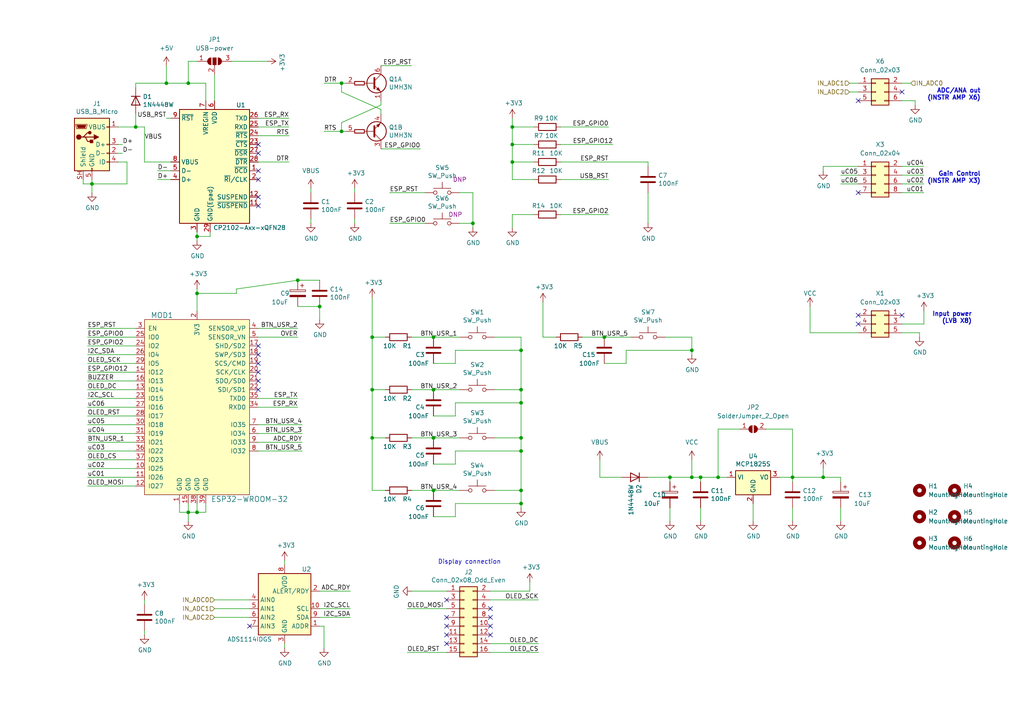
<source format=kicad_sch>
(kicad_sch (version 20211123) (generator eeschema)

  (uuid 60ff6322-62e2-4602-9bc0-7a0f0a5ecfbf)

  (paper "A4")

  

  (junction (at 107.95 97.79) (diameter 0) (color 0 0 0 0)
    (uuid 01640fbc-df19-4731-8c7e-f0206df31cb5)
  )
  (junction (at 175.26 97.79) (diameter 0) (color 0 0 0 0)
    (uuid 0b5e56c2-74b4-4f3b-971b-581bae97c652)
  )
  (junction (at 39.37 36.83) (diameter 0) (color 0 0 0 0)
    (uuid 12a24e86-2c38-4685-bba9-fff8dddb4cb0)
  )
  (junction (at 99.06 38.1) (diameter 0) (color 0 0 0 0)
    (uuid 180245d9-4a3f-4d1b-adcc-b4eafac722e0)
  )
  (junction (at 125.73 113.03) (diameter 0) (color 0 0 0 0)
    (uuid 1bfb1b1a-6079-412b-80ea-f4cc3a263d6f)
  )
  (junction (at 137.16 64.77) (diameter 0) (color 0 0 0 0)
    (uuid 1dfbf353-5b24-4c0f-8322-8fcd514ae75e)
  )
  (junction (at 26.67 53.34) (diameter 0) (color 0 0 0 0)
    (uuid 1f9ae101-c652-4998-a503-17aedf3d5746)
  )
  (junction (at 57.15 68.58) (diameter 0) (color 0 0 0 0)
    (uuid 36d783e7-096f-4c97-9672-7e08c083b87b)
  )
  (junction (at 99.06 24.13) (diameter 0) (color 0 0 0 0)
    (uuid 3c5e5ea9-793d-46e3-86bc-5884c4490dc7)
  )
  (junction (at 151.13 146.05) (diameter 0) (color 0 0 0 0)
    (uuid 3dc7c427-e5f7-45b6-9b78-d44441cb2cd4)
  )
  (junction (at 148.59 46.99) (diameter 0) (color 0 0 0 0)
    (uuid 4a54c707-7b6f-4a3d-a74d-5e3526114aba)
  )
  (junction (at 125.73 97.79) (diameter 0) (color 0 0 0 0)
    (uuid 4f294d48-de66-45bd-83d1-a4f60fb2a0c2)
  )
  (junction (at 107.95 113.03) (diameter 0) (color 0 0 0 0)
    (uuid 5274bd4d-b3a6-421d-b926-4c46f9470e2f)
  )
  (junction (at 125.73 127) (diameter 0) (color 0 0 0 0)
    (uuid 58909626-c411-403a-969d-1d8865c1219c)
  )
  (junction (at 148.59 41.91) (diameter 0) (color 0 0 0 0)
    (uuid 60b393ef-b4cd-4d0d-b218-8e186321dab6)
  )
  (junction (at 54.61 24.13) (diameter 0) (color 0 0 0 0)
    (uuid 6298b17d-1371-40b7-97c8-a4a373d6325e)
  )
  (junction (at 48.26 24.13) (diameter 0) (color 0 0 0 0)
    (uuid 65aae062-ae36-490f-a192-f1322d76f739)
  )
  (junction (at 151.13 113.03) (diameter 0) (color 0 0 0 0)
    (uuid 68fdfae5-8943-4710-ad7d-348d2fdf7b79)
  )
  (junction (at 107.95 127) (diameter 0) (color 0 0 0 0)
    (uuid 7a8aa5f5-7463-41b0-8bf9-cafa61bf226c)
  )
  (junction (at 238.76 138.43) (diameter 0) (color 0 0 0 0)
    (uuid 7bea05d4-1dec-4cd6-aa53-302dde803254)
  )
  (junction (at 151.13 101.6) (diameter 0) (color 0 0 0 0)
    (uuid 7d7abbf0-e990-409b-a27f-6da5185b3886)
  )
  (junction (at 151.13 130.81) (diameter 0) (color 0 0 0 0)
    (uuid 81da9909-9778-4de7-b343-175c9db4675d)
  )
  (junction (at 148.59 36.83) (diameter 0) (color 0 0 0 0)
    (uuid 869d6302-ae22-478f-9723-3feacbb12eef)
  )
  (junction (at 54.61 148.59) (diameter 0) (color 0 0 0 0)
    (uuid 8bdea5f6-7a53-427a-92b8-fd15994c2e8c)
  )
  (junction (at 125.73 142.24) (diameter 0) (color 0 0 0 0)
    (uuid 90e35cda-49cc-4322-a075-051479032de3)
  )
  (junction (at 151.13 127) (diameter 0) (color 0 0 0 0)
    (uuid 9cb4e056-3d41-4e5d-a5e3-7ea72564f03b)
  )
  (junction (at 200.66 101.6) (diameter 0) (color 0 0 0 0)
    (uuid 9ec0be17-3571-4cfd-83ca-c505602c3be6)
  )
  (junction (at 57.15 85.09) (diameter 0) (color 0 0 0 0)
    (uuid a5aedd37-46af-48af-8ae8-3785e245cc6e)
  )
  (junction (at 151.13 116.84) (diameter 0) (color 0 0 0 0)
    (uuid afa5d714-96d9-47f9-8d38-c592a7b78168)
  )
  (junction (at 151.13 142.24) (diameter 0) (color 0 0 0 0)
    (uuid b4e922d5-e9ae-4b96-b5bc-025ca63987dd)
  )
  (junction (at 86.36 81.28) (diameter 0) (color 0 0 0 0)
    (uuid b92f05a3-8eea-4119-943c-58addfb711b8)
  )
  (junction (at 208.28 138.43) (diameter 0) (color 0 0 0 0)
    (uuid cf67ad6b-2843-4560-a4b0-c0ac7899d00d)
  )
  (junction (at 229.87 138.43) (diameter 0) (color 0 0 0 0)
    (uuid de370984-7922-4327-a0ba-7cd613995df4)
  )
  (junction (at 203.2 138.43) (diameter 0) (color 0 0 0 0)
    (uuid e79c8e11-ed47-4701-ae80-a54cdb6682a5)
  )
  (junction (at 92.71 88.9) (diameter 0) (color 0 0 0 0)
    (uuid e94cdb40-163d-405e-b329-171a71a3c93d)
  )
  (junction (at 200.66 138.43) (diameter 0) (color 0 0 0 0)
    (uuid f4a1ab68-998b-43e3-aa33-40b58210bc99)
  )
  (junction (at 194.31 138.43) (diameter 0) (color 0 0 0 0)
    (uuid f860f099-9d99-4520-ab63-9dad6f34c107)
  )
  (junction (at 57.15 148.59) (diameter 0) (color 0 0 0 0)
    (uuid fa00d3f4-bb71-4b1d-aa40-ae9267e2c41f)
  )

  (no_connect (at 74.93 105.41) (uuid 083becc8-e25d-4206-9636-55457650bbe3))
  (no_connect (at 261.62 26.67) (uuid 0fe3605a-143c-46b4-8423-16e4aac062fe))
  (no_connect (at 248.92 29.21) (uuid 0fe3605a-143c-46b4-8423-16e4aac062ff))
  (no_connect (at 74.93 110.49) (uuid 10b74ec8-a945-4dff-9e89-049e2aee7861))
  (no_connect (at 74.93 41.91) (uuid 18c61c95-8af1-4986-b67e-c7af9c15ab6b))
  (no_connect (at 142.24 179.07) (uuid 275b6416-db29-42cc-9307-bf426917c3b4))
  (no_connect (at 248.92 93.98) (uuid 28a0165f-d3e7-4881-afdb-6eaae8efc4f2))
  (no_connect (at 129.54 184.15) (uuid 29cbb0bc-f66b-4d11-80e7-5bb270e42496))
  (no_connect (at 142.24 176.53) (uuid 3c22d605-7855-4cc6-8ad2-906cadbd02dc))
  (no_connect (at 74.93 100.33) (uuid 3e3d55c8-e0ea-48fb-8421-a84b7cb7055b))
  (no_connect (at 261.62 91.44) (uuid 4cd32a23-e7cc-429c-8ecc-d44d17734c5a))
  (no_connect (at 74.93 44.45) (uuid 4e27930e-1827-4788-aa6b-487321d46602))
  (no_connect (at 74.93 59.69) (uuid 593b8647-0095-46cc-ba23-3cf2a86edb5e))
  (no_connect (at 74.93 57.15) (uuid 60aa0ce8-9d0e-48ca-bbf9-866403979e9b))
  (no_connect (at 248.92 91.44) (uuid 682e5757-74d8-4566-941f-5c2dc4b08861))
  (no_connect (at 74.93 102.87) (uuid 725cdf26-4b92-46db-bca9-10d930002dda))
  (no_connect (at 74.93 113.03) (uuid 79451892-db6b-4999-916d-6392174ee493))
  (no_connect (at 74.93 107.95) (uuid 7acd513a-187b-4936-9f93-2e521ce33ad5))
  (no_connect (at 74.93 49.53) (uuid 8cd050d6-228c-4da0-9533-b4f8d14cfb34))
  (no_connect (at 248.92 55.88) (uuid 8d066af3-56c2-49f2-80c2-5735fd07a0b4))
  (no_connect (at 142.24 181.61) (uuid 91fc5800-6029-46b1-848d-ca0091f97267))
  (no_connect (at 72.39 181.61) (uuid ac22db93-e727-4c57-90ff-022e6d7ff7f5))
  (no_connect (at 142.24 184.15) (uuid bb8162f0-99c8-4884-be5b-c0d0c7e81ff6))
  (no_connect (at 74.93 52.07) (uuid bde95c06-433a-4c03-bc48-e3abcdb4e054))
  (no_connect (at 129.54 179.07) (uuid c2dd13db-24b6-40f1-b75b-b9ab893d92ea))
  (no_connect (at 129.54 186.69) (uuid c401e9c6-1deb-4979-99be-7c801c952098))
  (no_connect (at 129.54 181.61) (uuid d1c19c11-0a13-4237-b6b4-fb2ef1db7c6d))
  (no_connect (at 129.54 173.99) (uuid df83f395-2d18-47e2-a370-952ca41c2b3a))

  (wire (pts (xy 261.62 48.26) (xy 267.97 48.26))
    (stroke (width 0) (type default) (color 0 0 0 0))
    (uuid 015af63e-dc2b-46b1-a32d-c2e3b8f44317)
  )
  (wire (pts (xy 229.87 147.32) (xy 229.87 151.13))
    (stroke (width 0) (type default) (color 0 0 0 0))
    (uuid 015f5586-ba76-4a98-9114-f5cd2c67134d)
  )
  (wire (pts (xy 175.26 97.79) (xy 182.88 97.79))
    (stroke (width 0) (type default) (color 0 0 0 0))
    (uuid 01a662f7-6cc5-4954-978c-538e90239add)
  )
  (wire (pts (xy 54.61 24.13) (xy 59.69 24.13))
    (stroke (width 0) (type default) (color 0 0 0 0))
    (uuid 0499d173-b579-4ab8-bc73-ea8ea6c4c700)
  )
  (wire (pts (xy 57.15 68.58) (xy 57.15 67.31))
    (stroke (width 0) (type default) (color 0 0 0 0))
    (uuid 0a1a4d88-972a-46ce-b25e-6cb796bd41f7)
  )
  (wire (pts (xy 25.4 105.41) (xy 39.37 105.41))
    (stroke (width 0) (type default) (color 0 0 0 0))
    (uuid 0b9f21ed-3d41-4f23-ae45-74117a5f3153)
  )
  (wire (pts (xy 208.28 138.43) (xy 203.2 138.43))
    (stroke (width 0) (type default) (color 0 0 0 0))
    (uuid 0c3c19de-317f-4c9d-8669-87659ab86d50)
  )
  (wire (pts (xy 107.95 113.03) (xy 107.95 127))
    (stroke (width 0) (type default) (color 0 0 0 0))
    (uuid 0dfb012a-26d7-4eba-ab1a-971bf4bc8671)
  )
  (wire (pts (xy 143.51 113.03) (xy 151.13 113.03))
    (stroke (width 0) (type default) (color 0 0 0 0))
    (uuid 10308f4d-322d-4ffc-af46-e623a283ea8b)
  )
  (wire (pts (xy 25.4 120.65) (xy 39.37 120.65))
    (stroke (width 0) (type default) (color 0 0 0 0))
    (uuid 10d8ad0e-6a08-4053-92aa-23a15910fd21)
  )
  (wire (pts (xy 200.66 133.35) (xy 200.66 138.43))
    (stroke (width 0) (type default) (color 0 0 0 0))
    (uuid 12fa3c3f-3d14-451a-a6a8-884fd1b32fa7)
  )
  (wire (pts (xy 148.59 41.91) (xy 148.59 46.99))
    (stroke (width 0) (type default) (color 0 0 0 0))
    (uuid 15b0e923-529b-490e-8ba7-4f74a8e52c69)
  )
  (wire (pts (xy 125.73 127) (xy 133.35 127))
    (stroke (width 0) (type default) (color 0 0 0 0))
    (uuid 16442a35-06e5-486a-a1bf-a53e997d9a0f)
  )
  (wire (pts (xy 266.7 96.52) (xy 261.62 96.52))
    (stroke (width 0) (type default) (color 0 0 0 0))
    (uuid 17a3a960-2f61-4f0f-8741-306ccfbf9197)
  )
  (wire (pts (xy 175.26 105.41) (xy 181.61 105.41))
    (stroke (width 0) (type default) (color 0 0 0 0))
    (uuid 1886a93c-7bc3-4c8a-8fef-a54a7a25cfa7)
  )
  (wire (pts (xy 62.23 176.53) (xy 72.39 176.53))
    (stroke (width 0) (type default) (color 0 0 0 0))
    (uuid 1a3896dc-e816-4c09-a57f-31e542bbd9ca)
  )
  (wire (pts (xy 200.66 102.87) (xy 200.66 101.6))
    (stroke (width 0) (type default) (color 0 0 0 0))
    (uuid 1aa35546-c260-44fd-916b-fbc941c9479d)
  )
  (wire (pts (xy 208.28 138.43) (xy 208.28 124.46))
    (stroke (width 0) (type default) (color 0 0 0 0))
    (uuid 1b46eca9-914d-4ab8-9907-770a340f6ce0)
  )
  (wire (pts (xy 54.61 148.59) (xy 57.15 148.59))
    (stroke (width 0) (type default) (color 0 0 0 0))
    (uuid 1cb22080-0f59-4c18-a6e6-8685ef44ec53)
  )
  (wire (pts (xy 86.36 81.28) (xy 92.71 81.28))
    (stroke (width 0) (type default) (color 0 0 0 0))
    (uuid 1e7c4b37-f0dc-41f5-ad4a-34c06ae31b03)
  )
  (wire (pts (xy 100.33 24.13) (xy 99.06 24.13))
    (stroke (width 0) (type default) (color 0 0 0 0))
    (uuid 1fbb0219-551e-409b-a61b-76e8cebdfb9d)
  )
  (wire (pts (xy 39.37 135.89) (xy 25.4 135.89))
    (stroke (width 0) (type default) (color 0 0 0 0))
    (uuid 22962957-1efd-404d-83db-5b233b6c15b0)
  )
  (wire (pts (xy 200.66 101.6) (xy 200.66 97.79))
    (stroke (width 0) (type default) (color 0 0 0 0))
    (uuid 2303f0ca-d89c-4397-886c-f4a3ed8b2ac2)
  )
  (wire (pts (xy 48.26 19.05) (xy 48.26 24.13))
    (stroke (width 0) (type default) (color 0 0 0 0))
    (uuid 2534d572-cd6d-4164-8f18-e9949ba9b42d)
  )
  (wire (pts (xy 137.16 55.88) (xy 133.35 55.88))
    (stroke (width 0) (type default) (color 0 0 0 0))
    (uuid 269f19c3-6824-45a8-be29-fa58d70cbb42)
  )
  (wire (pts (xy 57.15 85.09) (xy 57.15 90.17))
    (stroke (width 0) (type default) (color 0 0 0 0))
    (uuid 27f4f09a-2e91-483d-9d43-b93c61785c52)
  )
  (wire (pts (xy 99.06 24.13) (xy 99.06 26.67))
    (stroke (width 0) (type default) (color 0 0 0 0))
    (uuid 28e37b45-f843-47c2-85c9-ca19f5430ece)
  )
  (wire (pts (xy 60.96 67.31) (xy 60.96 68.58))
    (stroke (width 0) (type default) (color 0 0 0 0))
    (uuid 29bb7297-26fb-4776-9266-2355d022bab0)
  )
  (wire (pts (xy 176.53 62.23) (xy 162.56 62.23))
    (stroke (width 0) (type default) (color 0 0 0 0))
    (uuid 2a1de22d-6451-488d-af77-0bf8841bd695)
  )
  (wire (pts (xy 92.71 88.9) (xy 92.71 92.71))
    (stroke (width 0) (type default) (color 0 0 0 0))
    (uuid 2a8c6d21-0f6f-4df3-b327-4e6eebb495be)
  )
  (wire (pts (xy 25.4 123.19) (xy 39.37 123.19))
    (stroke (width 0) (type default) (color 0 0 0 0))
    (uuid 2cd5e95a-c3e2-4861-8cfc-23bebd747c31)
  )
  (wire (pts (xy 25.4 102.87) (xy 39.37 102.87))
    (stroke (width 0) (type default) (color 0 0 0 0))
    (uuid 2ea8fa6f-efc3-40fe-bcf9-05bfa46ead4f)
  )
  (wire (pts (xy 194.31 147.32) (xy 194.31 151.13))
    (stroke (width 0) (type default) (color 0 0 0 0))
    (uuid 2f424da3-8fae-4941-bc6d-20044787372f)
  )
  (wire (pts (xy 119.38 97.79) (xy 125.73 97.79))
    (stroke (width 0) (type default) (color 0 0 0 0))
    (uuid 2fe7c4aa-33bd-46c6-a02e-20bf7cb6875a)
  )
  (wire (pts (xy 62.23 21.59) (xy 62.23 29.21))
    (stroke (width 0) (type default) (color 0 0 0 0))
    (uuid 312cbb32-9571-49f3-9535-4901ee64b620)
  )
  (wire (pts (xy 82.55 186.69) (xy 82.55 187.96))
    (stroke (width 0) (type default) (color 0 0 0 0))
    (uuid 347562f5-b152-4e7b-8a69-40ca6daaaad4)
  )
  (wire (pts (xy 118.11 189.23) (xy 129.54 189.23))
    (stroke (width 0) (type default) (color 0 0 0 0))
    (uuid 355ced6c-c08a-4586-9a09-7a9c624536f6)
  )
  (wire (pts (xy 25.4 107.95) (xy 39.37 107.95))
    (stroke (width 0) (type default) (color 0 0 0 0))
    (uuid 35c6497a-18b9-491f-b131-e4297d8f96ca)
  )
  (wire (pts (xy 243.84 53.34) (xy 248.92 53.34))
    (stroke (width 0) (type default) (color 0 0 0 0))
    (uuid 35cc0305-9260-4d36-af70-8d262cfa0dc2)
  )
  (wire (pts (xy 34.29 46.99) (xy 36.83 46.99))
    (stroke (width 0) (type default) (color 0 0 0 0))
    (uuid 35ef9c4a-35f6-467b-a704-b1d9354880cf)
  )
  (wire (pts (xy 68.58 83.82) (xy 86.36 81.28))
    (stroke (width 0) (type default) (color 0 0 0 0))
    (uuid 3798f84e-22a0-4f81-a828-e251939aab74)
  )
  (wire (pts (xy 137.16 64.77) (xy 137.16 55.88))
    (stroke (width 0) (type default) (color 0 0 0 0))
    (uuid 38cfe839-c630-43d3-a9ec-6a89ba9e318a)
  )
  (wire (pts (xy 74.93 130.81) (xy 87.63 130.81))
    (stroke (width 0) (type default) (color 0 0 0 0))
    (uuid 3b05eff3-6c84-4618-90e0-0afab989aec9)
  )
  (wire (pts (xy 151.13 147.32) (xy 151.13 146.05))
    (stroke (width 0) (type default) (color 0 0 0 0))
    (uuid 3b753257-c6aa-48e2-8fbb-65e172254f49)
  )
  (wire (pts (xy 41.91 36.83) (xy 39.37 36.83))
    (stroke (width 0) (type default) (color 0 0 0 0))
    (uuid 3e0392c0-affc-4114-9de5-1f1cfe79418a)
  )
  (wire (pts (xy 118.11 176.53) (xy 129.54 176.53))
    (stroke (width 0) (type default) (color 0 0 0 0))
    (uuid 3ed2c840-383d-4cbd-bc3b-c4ea4c97b333)
  )
  (wire (pts (xy 151.13 146.05) (xy 151.13 142.24))
    (stroke (width 0) (type default) (color 0 0 0 0))
    (uuid 3ffe6a2d-e3b6-484a-acd4-401a37c287f6)
  )
  (wire (pts (xy 156.21 186.69) (xy 142.24 186.69))
    (stroke (width 0) (type default) (color 0 0 0 0))
    (uuid 4086cbd7-6ba7-4e63-8da9-17e60627ee17)
  )
  (wire (pts (xy 238.76 135.89) (xy 238.76 138.43))
    (stroke (width 0) (type default) (color 0 0 0 0))
    (uuid 42d3f9d6-2a47-41a8-b942-295fcb83bcd8)
  )
  (wire (pts (xy 162.56 46.99) (xy 187.96 46.99))
    (stroke (width 0) (type default) (color 0 0 0 0))
    (uuid 443bc73a-8dc0-4e2f-a292-a5eff00efa5b)
  )
  (wire (pts (xy 62.23 173.99) (xy 72.39 173.99))
    (stroke (width 0) (type default) (color 0 0 0 0))
    (uuid 4641c87c-bffa-41fe-ae77-be3a97a6f797)
  )
  (wire (pts (xy 243.84 151.13) (xy 243.84 147.32))
    (stroke (width 0) (type default) (color 0 0 0 0))
    (uuid 46cbe85d-ff47-428e-b187-4ebd50a66e0c)
  )
  (wire (pts (xy 25.4 118.11) (xy 39.37 118.11))
    (stroke (width 0) (type default) (color 0 0 0 0))
    (uuid 475ed8b3-90bf-48cd-bce5-d8f48b689541)
  )
  (wire (pts (xy 229.87 124.46) (xy 229.87 138.43))
    (stroke (width 0) (type default) (color 0 0 0 0))
    (uuid 4a282423-67e4-4c9c-bb82-beffae3a6f3f)
  )
  (wire (pts (xy 107.95 113.03) (xy 111.76 113.03))
    (stroke (width 0) (type default) (color 0 0 0 0))
    (uuid 4a4949c5-b952-4a5d-99cd-15958bb1c0a7)
  )
  (wire (pts (xy 148.59 52.07) (xy 148.59 46.99))
    (stroke (width 0) (type default) (color 0 0 0 0))
    (uuid 4b1fce17-dec7-457e-ba3b-a77604e77dc9)
  )
  (wire (pts (xy 113.03 64.77) (xy 123.19 64.77))
    (stroke (width 0) (type default) (color 0 0 0 0))
    (uuid 4cafb73d-1ad8-4d24-acf7-63d78095ae46)
  )
  (wire (pts (xy 35.56 44.45) (xy 34.29 44.45))
    (stroke (width 0) (type default) (color 0 0 0 0))
    (uuid 4d4fecdd-be4a-47e9-9085-2268d5852d8f)
  )
  (wire (pts (xy 238.76 49.53) (xy 238.76 48.26))
    (stroke (width 0) (type default) (color 0 0 0 0))
    (uuid 4e20d7ba-c629-4b03-a4fa-1c53eed54d3d)
  )
  (wire (pts (xy 125.73 97.79) (xy 133.35 97.79))
    (stroke (width 0) (type default) (color 0 0 0 0))
    (uuid 4ed0a268-7cdd-4a80-9883-cf3ce5a7ce6b)
  )
  (wire (pts (xy 162.56 41.91) (xy 177.8 41.91))
    (stroke (width 0) (type default) (color 0 0 0 0))
    (uuid 4f852024-4528-4c29-b48d-f8741aff91c1)
  )
  (wire (pts (xy 132.08 105.41) (xy 132.08 101.6))
    (stroke (width 0) (type default) (color 0 0 0 0))
    (uuid 4fe2da4e-964c-447f-8a3a-aa5d0297d9fe)
  )
  (wire (pts (xy 57.15 85.09) (xy 68.58 85.09))
    (stroke (width 0) (type default) (color 0 0 0 0))
    (uuid 4fe48c78-c334-4b58-8387-fec141661466)
  )
  (wire (pts (xy 218.44 146.05) (xy 218.44 151.13))
    (stroke (width 0) (type default) (color 0 0 0 0))
    (uuid 541721d1-074b-496e-a833-813044b3e8ca)
  )
  (wire (pts (xy 99.06 35.56) (xy 99.06 38.1))
    (stroke (width 0) (type default) (color 0 0 0 0))
    (uuid 54212c01-b363-47b8-a145-45c40df316f4)
  )
  (wire (pts (xy 137.16 66.04) (xy 137.16 64.77))
    (stroke (width 0) (type default) (color 0 0 0 0))
    (uuid 582622a2-fad4-4737-9a80-be9fffbba8ab)
  )
  (wire (pts (xy 133.35 64.77) (xy 137.16 64.77))
    (stroke (width 0) (type default) (color 0 0 0 0))
    (uuid 5889287d-b845-4684-b23e-663811b25d27)
  )
  (wire (pts (xy 74.93 95.25) (xy 86.36 95.25))
    (stroke (width 0) (type default) (color 0 0 0 0))
    (uuid 595be453-f7ae-43a4-98dc-9f4206218d14)
  )
  (wire (pts (xy 26.67 53.34) (xy 26.67 52.07))
    (stroke (width 0) (type default) (color 0 0 0 0))
    (uuid 5c30b9b4-3014-4f50-9329-27a539b67e01)
  )
  (wire (pts (xy 54.61 17.78) (xy 54.61 24.13))
    (stroke (width 0) (type default) (color 0 0 0 0))
    (uuid 5da50ad6-92c3-40ce-9ac7-6537cd607e43)
  )
  (wire (pts (xy 132.08 116.84) (xy 151.13 116.84))
    (stroke (width 0) (type default) (color 0 0 0 0))
    (uuid 5dd9331b-14fc-438b-bcc8-6318b45292c2)
  )
  (wire (pts (xy 25.4 138.43) (xy 39.37 138.43))
    (stroke (width 0) (type default) (color 0 0 0 0))
    (uuid 5f312b85-6822-40a3-b417-2df49696ca2d)
  )
  (wire (pts (xy 57.15 146.05) (xy 57.15 148.59))
    (stroke (width 0) (type default) (color 0 0 0 0))
    (uuid 5ff19d63-2cb4-438b-93c4-e66d37a05329)
  )
  (wire (pts (xy 57.15 148.59) (xy 59.69 148.59))
    (stroke (width 0) (type default) (color 0 0 0 0))
    (uuid 616287d9-a51f-498c-8b91-be46a0aa3a7f)
  )
  (wire (pts (xy 143.51 127) (xy 151.13 127))
    (stroke (width 0) (type default) (color 0 0 0 0))
    (uuid 62c54e83-debd-42e9-b6b0-aaa706a2ff13)
  )
  (wire (pts (xy 187.96 64.77) (xy 187.96 55.88))
    (stroke (width 0) (type default) (color 0 0 0 0))
    (uuid 633292d3-80c5-4986-be82-ce926e9f09f4)
  )
  (wire (pts (xy 59.69 148.59) (xy 59.69 146.05))
    (stroke (width 0) (type default) (color 0 0 0 0))
    (uuid 637f12be-fa48-4ce4-96b2-04c21a8795c8)
  )
  (wire (pts (xy 153.67 171.45) (xy 142.24 171.45))
    (stroke (width 0) (type default) (color 0 0 0 0))
    (uuid 63caf46e-0228-40de-b819-c6bd29dd1711)
  )
  (wire (pts (xy 39.37 33.02) (xy 39.37 36.83))
    (stroke (width 0) (type default) (color 0 0 0 0))
    (uuid 6513181c-0a6a-4560-9a18-17450c36ae2a)
  )
  (wire (pts (xy 151.13 101.6) (xy 151.13 113.03))
    (stroke (width 0) (type default) (color 0 0 0 0))
    (uuid 65388e2e-32ea-41d7-98a2-35744b85e784)
  )
  (wire (pts (xy 151.13 97.79) (xy 143.51 97.79))
    (stroke (width 0) (type default) (color 0 0 0 0))
    (uuid 673897c0-277a-4fdb-9be1-18d140fcfb9c)
  )
  (wire (pts (xy 246.38 24.13) (xy 248.92 24.13))
    (stroke (width 0) (type default) (color 0 0 0 0))
    (uuid 67a63d8e-5e42-4c12-826d-9f0cd0cfb517)
  )
  (wire (pts (xy 125.73 134.62) (xy 132.08 134.62))
    (stroke (width 0) (type default) (color 0 0 0 0))
    (uuid 6899b026-3b64-4037-bed1-640f04ac41d7)
  )
  (wire (pts (xy 148.59 34.29) (xy 148.59 36.83))
    (stroke (width 0) (type default) (color 0 0 0 0))
    (uuid 691af561-538d-4e8f-a916-26cad45eb7d6)
  )
  (wire (pts (xy 176.53 52.07) (xy 162.56 52.07))
    (stroke (width 0) (type default) (color 0 0 0 0))
    (uuid 6ac3ab53-7523-4805-bfd2-5de19dff127e)
  )
  (wire (pts (xy 151.13 130.81) (xy 151.13 142.24))
    (stroke (width 0) (type default) (color 0 0 0 0))
    (uuid 6d4ab6f9-b483-459e-b7b7-7b2e8fa44480)
  )
  (wire (pts (xy 39.37 97.79) (xy 25.4 97.79))
    (stroke (width 0) (type default) (color 0 0 0 0))
    (uuid 6f580eb1-88cc-489d-a7ca-9efa5e590715)
  )
  (wire (pts (xy 125.73 120.65) (xy 132.08 120.65))
    (stroke (width 0) (type default) (color 0 0 0 0))
    (uuid 6f81f3f4-fc1e-4be8-92d7-32713d46998c)
  )
  (wire (pts (xy 54.61 148.59) (xy 54.61 151.13))
    (stroke (width 0) (type default) (color 0 0 0 0))
    (uuid 701e1517-e8cf-46f4-b538-98e721c97380)
  )
  (wire (pts (xy 92.71 181.61) (xy 93.98 181.61))
    (stroke (width 0) (type default) (color 0 0 0 0))
    (uuid 70d34adf-9bd8-469e-8c77-5c0d7adf511e)
  )
  (wire (pts (xy 49.53 52.07) (xy 45.72 52.07))
    (stroke (width 0) (type default) (color 0 0 0 0))
    (uuid 71c6e723-673c-45a9-a0e4-9742220c52a3)
  )
  (wire (pts (xy 119.38 171.45) (xy 129.54 171.45))
    (stroke (width 0) (type default) (color 0 0 0 0))
    (uuid 7233cb6b-d8fd-4fcd-9b4f-8b0ed19b1b12)
  )
  (wire (pts (xy 41.91 184.15) (xy 41.91 182.88))
    (stroke (width 0) (type default) (color 0 0 0 0))
    (uuid 73fbe87f-3928-49c2-bf87-839d907c6aef)
  )
  (wire (pts (xy 234.95 88.9) (xy 234.95 96.52))
    (stroke (width 0) (type default) (color 0 0 0 0))
    (uuid 74bb6dcf-0765-4cd7-be56-d63c5caf22b6)
  )
  (wire (pts (xy 86.36 118.11) (xy 74.93 118.11))
    (stroke (width 0) (type default) (color 0 0 0 0))
    (uuid 76afa8e0-9b3a-439d-843c-ad039d3b6354)
  )
  (wire (pts (xy 48.26 24.13) (xy 54.61 24.13))
    (stroke (width 0) (type default) (color 0 0 0 0))
    (uuid 7a4c9148-cc21-409c-a0e4-84d9c4ff88c0)
  )
  (wire (pts (xy 83.82 34.29) (xy 74.93 34.29))
    (stroke (width 0) (type default) (color 0 0 0 0))
    (uuid 7a74c4b1-6243-4a12-85a2-bc41d346e7aa)
  )
  (wire (pts (xy 25.4 110.49) (xy 39.37 110.49))
    (stroke (width 0) (type default) (color 0 0 0 0))
    (uuid 7b766787-7689-40b8-9ef5-c0b1af45a9ae)
  )
  (wire (pts (xy 110.49 29.21) (xy 110.49 30.48))
    (stroke (width 0) (type default) (color 0 0 0 0))
    (uuid 7bfba61b-6752-4a45-9ee6-5984dcb15041)
  )
  (wire (pts (xy 25.4 130.81) (xy 39.37 130.81))
    (stroke (width 0) (type default) (color 0 0 0 0))
    (uuid 7c3789d2-16d5-44bc-866d-b664353827d4)
  )
  (wire (pts (xy 148.59 36.83) (xy 154.94 36.83))
    (stroke (width 0) (type default) (color 0 0 0 0))
    (uuid 7ce7415d-7c22-49f6-8215-488853ccc8c6)
  )
  (wire (pts (xy 83.82 39.37) (xy 74.93 39.37))
    (stroke (width 0) (type default) (color 0 0 0 0))
    (uuid 7d76d925-f900-42af-a03f-bb32d2381b09)
  )
  (wire (pts (xy 132.08 120.65) (xy 132.08 116.84))
    (stroke (width 0) (type default) (color 0 0 0 0))
    (uuid 7efd7141-906b-4fe6-aaef-96cb49e701cc)
  )
  (wire (pts (xy 92.71 176.53) (xy 101.6 176.53))
    (stroke (width 0) (type default) (color 0 0 0 0))
    (uuid 7f9683c1-2203-43df-8fa1-719a0dc360df)
  )
  (wire (pts (xy 35.56 41.91) (xy 34.29 41.91))
    (stroke (width 0) (type default) (color 0 0 0 0))
    (uuid 8458d41c-5d62-455d-b6e1-9f718c0faac9)
  )
  (wire (pts (xy 151.13 116.84) (xy 151.13 127))
    (stroke (width 0) (type default) (color 0 0 0 0))
    (uuid 859bdde2-aade-4f27-b25e-30e0efbe49ff)
  )
  (wire (pts (xy 99.06 26.67) (xy 110.49 31.75))
    (stroke (width 0) (type default) (color 0 0 0 0))
    (uuid 88610282-a92d-4c3d-917a-ea95d59e0759)
  )
  (wire (pts (xy 24.13 52.07) (xy 24.13 53.34))
    (stroke (width 0) (type default) (color 0 0 0 0))
    (uuid 88cb65f4-7e9e-44eb-8692-3b6e2e788a94)
  )
  (wire (pts (xy 107.95 86.36) (xy 107.95 97.79))
    (stroke (width 0) (type default) (color 0 0 0 0))
    (uuid 88f27ee3-c89c-40d1-b8eb-c5f74feeffa4)
  )
  (wire (pts (xy 265.43 30.48) (xy 265.43 29.21))
    (stroke (width 0) (type default) (color 0 0 0 0))
    (uuid 8aad3d29-2740-4fa0-b6af-1a1329d465f6)
  )
  (wire (pts (xy 153.67 168.91) (xy 153.67 171.45))
    (stroke (width 0) (type default) (color 0 0 0 0))
    (uuid 8aff0f38-92a8-45ec-b106-b185e93ca3fd)
  )
  (wire (pts (xy 57.15 83.82) (xy 57.15 85.09))
    (stroke (width 0) (type default) (color 0 0 0 0))
    (uuid 8b7bbefd-8f78-41f8-809c-2534a5de3b39)
  )
  (wire (pts (xy 107.95 97.79) (xy 107.95 113.03))
    (stroke (width 0) (type default) (color 0 0 0 0))
    (uuid 8dae6da0-3ed8-49b1-b05d-de10f136f162)
  )
  (wire (pts (xy 168.91 97.79) (xy 175.26 97.79))
    (stroke (width 0) (type default) (color 0 0 0 0))
    (uuid 901aa07d-6cfe-4a24-bca8-c21fbb117c43)
  )
  (wire (pts (xy 208.28 124.46) (xy 214.63 124.46))
    (stroke (width 0) (type default) (color 0 0 0 0))
    (uuid 90dcfc21-661d-439d-81db-27321b54f9e7)
  )
  (wire (pts (xy 119.38 19.05) (xy 110.49 19.05))
    (stroke (width 0) (type default) (color 0 0 0 0))
    (uuid 92035a88-6c95-4a61-bd8a-cb8dd9e5018a)
  )
  (wire (pts (xy 261.62 29.21) (xy 265.43 29.21))
    (stroke (width 0) (type default) (color 0 0 0 0))
    (uuid 92cbddca-47cc-432e-84d9-921c2a617f95)
  )
  (wire (pts (xy 86.36 115.57) (xy 74.93 115.57))
    (stroke (width 0) (type default) (color 0 0 0 0))
    (uuid 946404ba-9297-43ec-9d67-30184041145f)
  )
  (wire (pts (xy 25.4 115.57) (xy 39.37 115.57))
    (stroke (width 0) (type default) (color 0 0 0 0))
    (uuid 9529c01f-e1cd-40be-b7f0-83780a544249)
  )
  (wire (pts (xy 102.87 54.61) (xy 102.87 55.88))
    (stroke (width 0) (type default) (color 0 0 0 0))
    (uuid 955cc99e-a129-42cf-abc7-aa99813fdb5f)
  )
  (wire (pts (xy 74.93 97.79) (xy 86.36 97.79))
    (stroke (width 0) (type default) (color 0 0 0 0))
    (uuid 967fc0bc-597e-401a-8ec4-8208a7728694)
  )
  (wire (pts (xy 132.08 134.62) (xy 132.08 130.81))
    (stroke (width 0) (type default) (color 0 0 0 0))
    (uuid 96adee0c-9b19-4da3-8aa4-1495eac0131b)
  )
  (wire (pts (xy 173.99 138.43) (xy 180.34 138.43))
    (stroke (width 0) (type default) (color 0 0 0 0))
    (uuid 97172127-7e15-499b-97b2-78a6d593816a)
  )
  (wire (pts (xy 238.76 48.26) (xy 248.92 48.26))
    (stroke (width 0) (type default) (color 0 0 0 0))
    (uuid 973193ec-8f37-49e2-8624-764e3d728c0c)
  )
  (wire (pts (xy 125.73 149.86) (xy 132.08 149.86))
    (stroke (width 0) (type default) (color 0 0 0 0))
    (uuid 973e2a42-89e8-4f6b-8a85-136ec32ee787)
  )
  (wire (pts (xy 54.61 17.78) (xy 57.15 17.78))
    (stroke (width 0) (type default) (color 0 0 0 0))
    (uuid 9782ef92-ead2-4e46-b14d-da048e48b7dd)
  )
  (wire (pts (xy 110.49 31.75) (xy 110.49 33.02))
    (stroke (width 0) (type default) (color 0 0 0 0))
    (uuid 98914cc3-56fe-40bb-820a-3d157225c145)
  )
  (wire (pts (xy 87.63 128.27) (xy 74.93 128.27))
    (stroke (width 0) (type default) (color 0 0 0 0))
    (uuid 99186658-0361-40ba-ae93-62f23c5622e6)
  )
  (wire (pts (xy 100.33 38.1) (xy 99.06 38.1))
    (stroke (width 0) (type default) (color 0 0 0 0))
    (uuid 99332785-d9f1-4363-9377-26ddc18e6d2c)
  )
  (wire (pts (xy 110.49 30.48) (xy 99.06 35.56))
    (stroke (width 0) (type default) (color 0 0 0 0))
    (uuid 99dfa524-0366-4808-b4e8-328fc38e8656)
  )
  (wire (pts (xy 210.82 138.43) (xy 208.28 138.43))
    (stroke (width 0) (type default) (color 0 0 0 0))
    (uuid 9db16341-dac0-4aab-9c62-7d88c111c1ce)
  )
  (wire (pts (xy 99.06 24.13) (xy 93.98 24.13))
    (stroke (width 0) (type default) (color 0 0 0 0))
    (uuid 9dcdc92b-2219-4a4a-8954-45f02cc3ab25)
  )
  (wire (pts (xy 261.62 93.98) (xy 267.97 93.98))
    (stroke (width 0) (type default) (color 0 0 0 0))
    (uuid 9e6dff88-c16f-44a8-a1cd-e5b20fb20e9d)
  )
  (wire (pts (xy 193.04 97.79) (xy 200.66 97.79))
    (stroke (width 0) (type default) (color 0 0 0 0))
    (uuid a078bdaf-7ad4-4663-aaa6-7ef9460f6c57)
  )
  (wire (pts (xy 143.51 142.24) (xy 151.13 142.24))
    (stroke (width 0) (type default) (color 0 0 0 0))
    (uuid a44cdec3-db25-4afd-a8ae-a736db47a9ab)
  )
  (wire (pts (xy 238.76 138.43) (xy 243.84 138.43))
    (stroke (width 0) (type default) (color 0 0 0 0))
    (uuid a5362821-c161-4c7a-a00c-40e1d7472d56)
  )
  (wire (pts (xy 54.61 146.05) (xy 54.61 148.59))
    (stroke (width 0) (type default) (color 0 0 0 0))
    (uuid a599509f-fbb9-4db4-9adf-9e96bab1138d)
  )
  (wire (pts (xy 82.55 162.56) (xy 82.55 163.83))
    (stroke (width 0) (type default) (color 0 0 0 0))
    (uuid a64aeb89-c24a-493b-9aab-87a6be930bde)
  )
  (wire (pts (xy 68.58 85.09) (xy 68.58 83.82))
    (stroke (width 0) (type default) (color 0 0 0 0))
    (uuid a7672612-04c8-41d8-97e3-0c5ec4a6f7dd)
  )
  (wire (pts (xy 39.37 100.33) (xy 25.4 100.33))
    (stroke (width 0) (type default) (color 0 0 0 0))
    (uuid a76a574b-1cac-43eb-81e6-0e2e278cea39)
  )
  (wire (pts (xy 86.36 88.9) (xy 92.71 88.9))
    (stroke (width 0) (type default) (color 0 0 0 0))
    (uuid a7b5511b-61ec-459a-8110-aca80e1a7bae)
  )
  (wire (pts (xy 36.83 53.34) (xy 26.67 53.34))
    (stroke (width 0) (type default) (color 0 0 0 0))
    (uuid a7f25f41-0b4c-4430-b6cd-b2160b2db099)
  )
  (wire (pts (xy 156.21 173.99) (xy 142.24 173.99))
    (stroke (width 0) (type default) (color 0 0 0 0))
    (uuid a7fc0812-140f-4d96-9cd8-ead8c1c610b1)
  )
  (wire (pts (xy 25.4 128.27) (xy 39.37 128.27))
    (stroke (width 0) (type default) (color 0 0 0 0))
    (uuid a8895680-35f2-4d63-8411-7d3e53eea38c)
  )
  (wire (pts (xy 125.73 142.24) (xy 133.35 142.24))
    (stroke (width 0) (type default) (color 0 0 0 0))
    (uuid a92b273a-9d1e-4ec1-9b4f-75f4223ef71c)
  )
  (wire (pts (xy 203.2 138.43) (xy 200.66 138.43))
    (stroke (width 0) (type default) (color 0 0 0 0))
    (uuid aa047297-22f8-4de0-a969-0b3451b8e164)
  )
  (wire (pts (xy 48.26 34.29) (xy 49.53 34.29))
    (stroke (width 0) (type default) (color 0 0 0 0))
    (uuid aa1c6f47-cbd4-4cbd-8265-e5ac08b7ffc8)
  )
  (wire (pts (xy 203.2 139.7) (xy 203.2 138.43))
    (stroke (width 0) (type default) (color 0 0 0 0))
    (uuid ab8b0540-9c9f-4195-88f5-7bed0b0a8ed6)
  )
  (wire (pts (xy 119.38 127) (xy 125.73 127))
    (stroke (width 0) (type default) (color 0 0 0 0))
    (uuid abfb1de5-d0bd-428b-bcb8-a663cdb38afb)
  )
  (wire (pts (xy 39.37 24.13) (xy 48.26 24.13))
    (stroke (width 0) (type default) (color 0 0 0 0))
    (uuid acaad4a6-4f4b-4a31-b3ca-fed41c2487fa)
  )
  (wire (pts (xy 25.4 133.35) (xy 39.37 133.35))
    (stroke (width 0) (type default) (color 0 0 0 0))
    (uuid af186015-d283-4209-aade-a247e5de01df)
  )
  (wire (pts (xy 119.38 113.03) (xy 125.73 113.03))
    (stroke (width 0) (type default) (color 0 0 0 0))
    (uuid af5e760d-76de-426f-819c-4955a7241bd1)
  )
  (wire (pts (xy 229.87 138.43) (xy 238.76 138.43))
    (stroke (width 0) (type default) (color 0 0 0 0))
    (uuid b0b4c3cb-e7ea-49c0-8162-be3bbab3e4ec)
  )
  (wire (pts (xy 39.37 95.25) (xy 25.4 95.25))
    (stroke (width 0) (type default) (color 0 0 0 0))
    (uuid b13e8448-bf35-4ec0-9c70-3f2250718cc2)
  )
  (wire (pts (xy 173.99 133.35) (xy 173.99 138.43))
    (stroke (width 0) (type default) (color 0 0 0 0))
    (uuid b232f379-384e-4167-8fd6-c34d72caa954)
  )
  (wire (pts (xy 90.17 54.61) (xy 90.17 55.88))
    (stroke (width 0) (type default) (color 0 0 0 0))
    (uuid b284f609-dc7e-49cd-a56e-df0cd19c4a61)
  )
  (wire (pts (xy 222.25 124.46) (xy 229.87 124.46))
    (stroke (width 0) (type default) (color 0 0 0 0))
    (uuid b3633bd2-7f7b-4d1c-809b-149755a83f26)
  )
  (wire (pts (xy 41.91 36.83) (xy 41.91 46.99))
    (stroke (width 0) (type default) (color 0 0 0 0))
    (uuid b4833916-7a3e-4498-86fb-ec6d13262ffe)
  )
  (wire (pts (xy 243.84 138.43) (xy 243.84 139.7))
    (stroke (width 0) (type default) (color 0 0 0 0))
    (uuid b794d099-f823-4d35-9755-ca1c45247ee9)
  )
  (wire (pts (xy 194.31 138.43) (xy 194.31 139.7))
    (stroke (width 0) (type default) (color 0 0 0 0))
    (uuid b7d06af4-a5b1-447f-9b1a-8b44eb1cc204)
  )
  (wire (pts (xy 36.83 46.99) (xy 36.83 53.34))
    (stroke (width 0) (type default) (color 0 0 0 0))
    (uuid b8b961e9-8a60-45fc-999a-a7a3baff4e0d)
  )
  (wire (pts (xy 261.62 24.13) (xy 264.16 24.13))
    (stroke (width 0) (type default) (color 0 0 0 0))
    (uuid b91905c5-76c0-4802-a010-f5ab067fe0cc)
  )
  (wire (pts (xy 39.37 140.97) (xy 25.4 140.97))
    (stroke (width 0) (type default) (color 0 0 0 0))
    (uuid bd085057-7c0e-463a-982b-968a2dc1f0f8)
  )
  (wire (pts (xy 25.4 125.73) (xy 39.37 125.73))
    (stroke (width 0) (type default) (color 0 0 0 0))
    (uuid bd2d50c7-611d-4b1c-b23d-4699a6fd4f08)
  )
  (wire (pts (xy 132.08 101.6) (xy 151.13 101.6))
    (stroke (width 0) (type default) (color 0 0 0 0))
    (uuid bda69d40-0583-4572-8bf6-8d3c9ce5fd61)
  )
  (wire (pts (xy 181.61 105.41) (xy 181.61 101.6))
    (stroke (width 0) (type default) (color 0 0 0 0))
    (uuid be0ad481-40c5-4e96-a8af-132bf1c3b0d5)
  )
  (wire (pts (xy 123.19 55.88) (xy 113.03 55.88))
    (stroke (width 0) (type default) (color 0 0 0 0))
    (uuid be4b72db-0e02-4d9b-844a-aff689b4e648)
  )
  (wire (pts (xy 234.95 96.52) (xy 248.92 96.52))
    (stroke (width 0) (type default) (color 0 0 0 0))
    (uuid be6f45f2-86cd-4b1f-8b4c-b653d38b7886)
  )
  (wire (pts (xy 148.59 36.83) (xy 148.59 41.91))
    (stroke (width 0) (type default) (color 0 0 0 0))
    (uuid c1bac86f-cbf6-4c5b-b60d-c26fa73d9c09)
  )
  (wire (pts (xy 261.62 53.34) (xy 267.97 53.34))
    (stroke (width 0) (type default) (color 0 0 0 0))
    (uuid c71e3f9a-34b4-468b-aa9d-043c2a044b2b)
  )
  (wire (pts (xy 121.92 43.18) (xy 110.49 43.18))
    (stroke (width 0) (type default) (color 0 0 0 0))
    (uuid c8b6b273-3d20-4a46-8069-f6d608563604)
  )
  (wire (pts (xy 181.61 101.6) (xy 200.66 101.6))
    (stroke (width 0) (type default) (color 0 0 0 0))
    (uuid c8e61f9d-88c3-473c-b8d0-563725f7ae15)
  )
  (wire (pts (xy 132.08 130.81) (xy 151.13 130.81))
    (stroke (width 0) (type default) (color 0 0 0 0))
    (uuid c9d19072-5224-4dbc-b6fc-aa87fa250bf6)
  )
  (wire (pts (xy 246.38 26.67) (xy 248.92 26.67))
    (stroke (width 0) (type default) (color 0 0 0 0))
    (uuid ca6cf766-397d-4c7d-bcf2-35d009e27539)
  )
  (wire (pts (xy 107.95 127) (xy 111.76 127))
    (stroke (width 0) (type default) (color 0 0 0 0))
    (uuid ca870bee-a3e3-46f6-bbdf-4e5eec62a3a4)
  )
  (wire (pts (xy 93.98 181.61) (xy 93.98 187.96))
    (stroke (width 0) (type default) (color 0 0 0 0))
    (uuid cb083d38-4f11-4a80-8b19-ab751c405e4a)
  )
  (wire (pts (xy 60.96 68.58) (xy 57.15 68.58))
    (stroke (width 0) (type default) (color 0 0 0 0))
    (uuid cb6062da-8dcd-4826-92fd-4071e9e97213)
  )
  (wire (pts (xy 101.6 171.45) (xy 92.71 171.45))
    (stroke (width 0) (type default) (color 0 0 0 0))
    (uuid cbde200f-1075-469a-89f8-abbdcf30e36a)
  )
  (wire (pts (xy 52.07 146.05) (xy 52.07 148.59))
    (stroke (width 0) (type default) (color 0 0 0 0))
    (uuid cbebc05a-c4dd-4baf-8c08-196e84e08b27)
  )
  (wire (pts (xy 41.91 46.99) (xy 49.53 46.99))
    (stroke (width 0) (type default) (color 0 0 0 0))
    (uuid cc48dd41-7768-48d3-b096-2c4cc2126c9d)
  )
  (wire (pts (xy 261.62 50.8) (xy 267.97 50.8))
    (stroke (width 0) (type default) (color 0 0 0 0))
    (uuid ce20a56b-3504-4bfc-bbf1-cd076f8d7ec4)
  )
  (wire (pts (xy 132.08 149.86) (xy 132.08 146.05))
    (stroke (width 0) (type default) (color 0 0 0 0))
    (uuid cedfb0d8-0e1d-44e0-bf51-3a997c386416)
  )
  (wire (pts (xy 90.17 64.77) (xy 90.17 63.5))
    (stroke (width 0) (type default) (color 0 0 0 0))
    (uuid cf815d51-c956-4c5a-adde-c373cb025b07)
  )
  (wire (pts (xy 203.2 147.32) (xy 203.2 151.13))
    (stroke (width 0) (type default) (color 0 0 0 0))
    (uuid d05faa1f-5f69-41bf-86d3-2cd224432e1b)
  )
  (wire (pts (xy 74.93 123.19) (xy 87.63 123.19))
    (stroke (width 0) (type default) (color 0 0 0 0))
    (uuid d08fd13f-c408-4e07-9227-7522c6d194c6)
  )
  (wire (pts (xy 156.21 189.23) (xy 142.24 189.23))
    (stroke (width 0) (type default) (color 0 0 0 0))
    (uuid d1cd5391-31d2-459f-8adb-4ae3f304a833)
  )
  (wire (pts (xy 157.48 87.63) (xy 157.48 97.79))
    (stroke (width 0) (type default) (color 0 0 0 0))
    (uuid d2389119-bcaa-41f0-ab35-6e53b3c8f60b)
  )
  (wire (pts (xy 151.13 113.03) (xy 151.13 116.84))
    (stroke (width 0) (type default) (color 0 0 0 0))
    (uuid d2b3e86c-a168-4b9e-b4da-74a05b5661cb)
  )
  (wire (pts (xy 151.13 97.79) (xy 151.13 101.6))
    (stroke (width 0) (type default) (color 0 0 0 0))
    (uuid d34243d2-838c-4657-8d81-1ea81850238f)
  )
  (wire (pts (xy 125.73 105.41) (xy 132.08 105.41))
    (stroke (width 0) (type default) (color 0 0 0 0))
    (uuid d3f25603-fa42-4d77-bf3c-eacea8b3b61e)
  )
  (wire (pts (xy 154.94 52.07) (xy 148.59 52.07))
    (stroke (width 0) (type default) (color 0 0 0 0))
    (uuid d66d3c12-11ce-4566-9a45-962e329503d8)
  )
  (wire (pts (xy 154.94 62.23) (xy 148.59 62.23))
    (stroke (width 0) (type default) (color 0 0 0 0))
    (uuid d7e5a060-eb57-4238-9312-26bc885fc97d)
  )
  (wire (pts (xy 176.53 36.83) (xy 162.56 36.83))
    (stroke (width 0) (type default) (color 0 0 0 0))
    (uuid da6f4122-0ecc-496f-b0fd-e4abef534976)
  )
  (wire (pts (xy 92.71 179.07) (xy 101.6 179.07))
    (stroke (width 0) (type default) (color 0 0 0 0))
    (uuid dc1d84c8-33da-4489-be8e-2a1de3001779)
  )
  (wire (pts (xy 102.87 64.77) (xy 102.87 63.5))
    (stroke (width 0) (type default) (color 0 0 0 0))
    (uuid dca1d7db-c913-4d73-a2cc-fdc9651eda69)
  )
  (wire (pts (xy 41.91 173.99) (xy 41.91 175.26))
    (stroke (width 0) (type default) (color 0 0 0 0))
    (uuid dd334895-c8ff-4719-bac4-c0b289bb5899)
  )
  (wire (pts (xy 107.95 97.79) (xy 111.76 97.79))
    (stroke (width 0) (type default) (color 0 0 0 0))
    (uuid dd60adf4-8c2a-45e9-a71d-d51785824df5)
  )
  (wire (pts (xy 39.37 113.03) (xy 25.4 113.03))
    (stroke (width 0) (type default) (color 0 0 0 0))
    (uuid df2a6036-7274-4398-9365-148b6ddab90d)
  )
  (wire (pts (xy 226.06 138.43) (xy 229.87 138.43))
    (stroke (width 0) (type default) (color 0 0 0 0))
    (uuid df3dc9a2-ba40-4c3a-87fe-61cc8e23d71b)
  )
  (wire (pts (xy 107.95 142.24) (xy 111.76 142.24))
    (stroke (width 0) (type default) (color 0 0 0 0))
    (uuid df6ae1db-8737-479d-983f-d15b6f8c104e)
  )
  (wire (pts (xy 45.72 49.53) (xy 49.53 49.53))
    (stroke (width 0) (type default) (color 0 0 0 0))
    (uuid e091e263-c616-48ef-a460-465c70218987)
  )
  (wire (pts (xy 74.93 125.73) (xy 87.63 125.73))
    (stroke (width 0) (type default) (color 0 0 0 0))
    (uuid e0f8a8b3-01a5-4653-9a26-a797ba54f127)
  )
  (wire (pts (xy 148.59 41.91) (xy 154.94 41.91))
    (stroke (width 0) (type default) (color 0 0 0 0))
    (uuid e1065dd6-51a6-427f-ad1e-b52bfd33cd3b)
  )
  (wire (pts (xy 154.94 46.99) (xy 148.59 46.99))
    (stroke (width 0) (type default) (color 0 0 0 0))
    (uuid e1b88aa4-d887-4eea-83ff-5c009f4390c4)
  )
  (wire (pts (xy 119.38 142.24) (xy 125.73 142.24))
    (stroke (width 0) (type default) (color 0 0 0 0))
    (uuid e255923d-d537-44d8-8e90-1f9f919c0762)
  )
  (wire (pts (xy 266.7 97.79) (xy 266.7 96.52))
    (stroke (width 0) (type default) (color 0 0 0 0))
    (uuid e4448343-8ad5-468f-8a09-61dbfef06c37)
  )
  (wire (pts (xy 24.13 53.34) (xy 26.67 53.34))
    (stroke (width 0) (type default) (color 0 0 0 0))
    (uuid e5b328f6-dc69-4905-ae98-2dc3200a51d6)
  )
  (wire (pts (xy 132.08 146.05) (xy 151.13 146.05))
    (stroke (width 0) (type default) (color 0 0 0 0))
    (uuid e6852cd4-490c-4316-a097-f73a975e9cf6)
  )
  (wire (pts (xy 200.66 138.43) (xy 194.31 138.43))
    (stroke (width 0) (type default) (color 0 0 0 0))
    (uuid e76ec524-408a-4daa-89f6-0edfdbcfb621)
  )
  (wire (pts (xy 229.87 138.43) (xy 229.87 139.7))
    (stroke (width 0) (type default) (color 0 0 0 0))
    (uuid e87a6f80-914f-4f62-9c9f-9ba62a88ee3d)
  )
  (wire (pts (xy 39.37 24.13) (xy 39.37 25.4))
    (stroke (width 0) (type default) (color 0 0 0 0))
    (uuid eab9c52c-3aa0-43a7-bc7f-7e234ff1e9f4)
  )
  (wire (pts (xy 187.96 48.26) (xy 187.96 46.99))
    (stroke (width 0) (type default) (color 0 0 0 0))
    (uuid eac8d865-0226-4958-b547-6b5592f39713)
  )
  (wire (pts (xy 57.15 69.85) (xy 57.15 68.58))
    (stroke (width 0) (type default) (color 0 0 0 0))
    (uuid eb8d02e9-145c-465d-b6a8-bae84d47a94b)
  )
  (wire (pts (xy 261.62 55.88) (xy 267.97 55.88))
    (stroke (width 0) (type default) (color 0 0 0 0))
    (uuid eb8e0f98-93ea-432d-be13-5cfbd108721d)
  )
  (wire (pts (xy 125.73 113.03) (xy 133.35 113.03))
    (stroke (width 0) (type default) (color 0 0 0 0))
    (uuid ed30588e-09d1-4b51-9a3b-925acd62bd56)
  )
  (wire (pts (xy 83.82 46.99) (xy 74.93 46.99))
    (stroke (width 0) (type default) (color 0 0 0 0))
    (uuid ed8a7f02-cf05-41d0-97b4-4388ef205e73)
  )
  (wire (pts (xy 157.48 97.79) (xy 161.29 97.79))
    (stroke (width 0) (type default) (color 0 0 0 0))
    (uuid ee0671bb-ed39-46fd-be29-4e8b62f0e3a7)
  )
  (wire (pts (xy 267.97 90.17) (xy 267.97 93.98))
    (stroke (width 0) (type default) (color 0 0 0 0))
    (uuid f093fb0e-6613-47de-bc48-401cb7ed1095)
  )
  (wire (pts (xy 243.84 50.8) (xy 248.92 50.8))
    (stroke (width 0) (type default) (color 0 0 0 0))
    (uuid f13ed0e3-bcc2-442c-acf9-ffb4781e6a28)
  )
  (wire (pts (xy 148.59 66.04) (xy 148.59 62.23))
    (stroke (width 0) (type default) (color 0 0 0 0))
    (uuid f19c9655-8ddb-411a-96dd-bd986870c3c6)
  )
  (wire (pts (xy 83.82 36.83) (xy 74.93 36.83))
    (stroke (width 0) (type default) (color 0 0 0 0))
    (uuid f1e619ac-5067-41df-8384-776ec70a6093)
  )
  (wire (pts (xy 67.31 17.78) (xy 77.47 17.78))
    (stroke (width 0) (type default) (color 0 0 0 0))
    (uuid f2395e7d-13bb-4216-b296-b3485535b653)
  )
  (wire (pts (xy 39.37 36.83) (xy 34.29 36.83))
    (stroke (width 0) (type default) (color 0 0 0 0))
    (uuid f357ddb5-3f44-43b0-b00d-d64f5c62ba4a)
  )
  (wire (pts (xy 107.95 127) (xy 107.95 142.24))
    (stroke (width 0) (type default) (color 0 0 0 0))
    (uuid f5401df8-f920-41b6-b9db-4b502f92d4ac)
  )
  (wire (pts (xy 59.69 29.21) (xy 59.69 24.13))
    (stroke (width 0) (type default) (color 0 0 0 0))
    (uuid f73b5500-6337-4860-a114-6e307f65ec9f)
  )
  (wire (pts (xy 52.07 148.59) (xy 54.61 148.59))
    (stroke (width 0) (type default) (color 0 0 0 0))
    (uuid f7447e92-4293-41c4-be3f-69b30aad1f17)
  )
  (wire (pts (xy 99.06 38.1) (xy 93.98 38.1))
    (stroke (width 0) (type default) (color 0 0 0 0))
    (uuid f8f3a9fc-1e34-4573-a767-508104e8d242)
  )
  (wire (pts (xy 151.13 127) (xy 151.13 130.81))
    (stroke (width 0) (type default) (color 0 0 0 0))
    (uuid fa4fc05a-3269-4ac8-bf1f-b68cc511f05c)
  )
  (wire (pts (xy 26.67 55.88) (xy 26.67 53.34))
    (stroke (width 0) (type default) (color 0 0 0 0))
    (uuid faa1812c-fdf3-47ae-9cf4-ae06a263bfbd)
  )
  (wire (pts (xy 62.23 179.07) (xy 72.39 179.07))
    (stroke (width 0) (type default) (color 0 0 0 0))
    (uuid fd394069-d66e-441b-bad3-abc99761d396)
  )
  (wire (pts (xy 187.96 138.43) (xy 194.31 138.43))
    (stroke (width 0) (type default) (color 0 0 0 0))
    (uuid fdc00afe-ea71-4696-a25c-f632fbbcbbfe)
  )

  (text "Gain Control\n(INSTR AMP X3)" (at 284.48 53.34 180)
    (effects (font (size 1.27 1.27) (thickness 0.254) bold) (justify right bottom))
    (uuid 417c3e2d-592d-482a-b184-8446324291b7)
  )
  (text "Display connection" (at 127 163.83 0)
    (effects (font (size 1.27 1.27)) (justify left bottom))
    (uuid 4cc0e615-05a0-4f42-a208-4011ba8ef841)
  )
  (text "Input power\n(LVB X8)" (at 281.94 93.98 180)
    (effects (font (size 1.27 1.27) bold) (justify right bottom))
    (uuid 6ca24676-ce8e-44c3-ab32-ddb162a64e90)
  )
  (text "ADC/ANA out\n(INSTR AMP X6)" (at 284.48 29.21 180)
    (effects (font (size 1.27 1.27) bold) (justify right bottom))
    (uuid af9be534-0d70-4f22-9155-be5f684dddef)
  )

  (label "RTS" (at 83.82 39.37 180)
    (effects (font (size 1.27 1.27)) (justify right bottom))
    (uuid 011ee658-718d-416a-85fd-961729cd1ee5)
  )
  (label "BTN_USR_2" (at 86.36 95.25 180)
    (effects (font (size 1.27 1.27)) (justify right bottom))
    (uuid 020ed8f1-fcae-4944-82b2-99565f8e5013)
  )
  (label "OLED_DC" (at 25.4 113.03 0)
    (effects (font (size 1.27 1.27)) (justify left bottom))
    (uuid 0554bea0-89b2-4e25-9ea3-4c73921c94cb)
  )
  (label "BTN_USR_4" (at 87.63 123.19 180)
    (effects (font (size 1.27 1.27)) (justify right bottom))
    (uuid 0e33579d-0a4d-404a-a517-80ae10729832)
  )
  (label "uC01" (at 25.4 138.43 0)
    (effects (font (size 1.27 1.27)) (justify left bottom))
    (uuid 0f334c1f-ec3c-4c16-ae10-81bf575ca934)
  )
  (label "ESP_RST" (at 176.53 46.99 180)
    (effects (font (size 1.27 1.27)) (justify right bottom))
    (uuid 18d11f32-e1a6-4f29-8e3c-0bfeb07299bd)
  )
  (label "VBUS" (at 41.91 40.64 0)
    (effects (font (size 1.27 1.27)) (justify left bottom))
    (uuid 1cc5480b-56b7-4379-98e2-ccafc88911a7)
  )
  (label "uC03" (at 267.97 50.8 180)
    (effects (font (size 1.27 1.27)) (justify right bottom))
    (uuid 2240ce69-f027-4c85-93ea-ed7b156f6993)
  )
  (label "OLED_SCK" (at 156.21 173.99 180)
    (effects (font (size 1.27 1.27)) (justify right bottom))
    (uuid 26bc8641-9bca-4204-9709-deedbe202a36)
  )
  (label "ESP_RST" (at 113.03 55.88 0)
    (effects (font (size 1.27 1.27)) (justify left bottom))
    (uuid 283c990c-ae5a-4e41-a3ad-b40ca29fe90e)
  )
  (label "OLED_MOSI" (at 25.4 140.97 0)
    (effects (font (size 1.27 1.27)) (justify left bottom))
    (uuid 29126f72-63f7-4275-8b12-6b96a71c6f17)
  )
  (label "ADC_RDY" (at 87.63 128.27 180)
    (effects (font (size 1.27 1.27)) (justify right bottom))
    (uuid 2b64d2cb-d62a-4762-97ea-f1b0d4293c4f)
  )
  (label "BTN_USR_5" (at 171.45 97.79 0)
    (effects (font (size 1.27 1.27)) (justify left bottom))
    (uuid 2e6a8d0d-25c0-449b-81e8-501055f54e42)
  )
  (label "BTN_USR_1" (at 121.92 97.79 0)
    (effects (font (size 1.27 1.27)) (justify left bottom))
    (uuid 2fd2ad9e-975b-4166-a58a-ed154dc08630)
  )
  (label "D-" (at 35.56 44.45 0)
    (effects (font (size 1.27 1.27)) (justify left bottom))
    (uuid 3326423d-8df7-4a7e-a354-349430b8fbd7)
  )
  (label "ESP_TX" (at 86.36 115.57 180)
    (effects (font (size 1.27 1.27)) (justify right bottom))
    (uuid 337e8520-cbd2-42c0-8d17-743bab17cbbd)
  )
  (label "BTN_USR_3" (at 121.92 127 0)
    (effects (font (size 1.27 1.27)) (justify left bottom))
    (uuid 3977437d-4b3f-4fa2-a3b4-4d1ce9a70931)
  )
  (label "OLED_CS" (at 156.21 189.23 180)
    (effects (font (size 1.27 1.27)) (justify right bottom))
    (uuid 465137b4-f6f7-4d51-9b40-b161947d5cc1)
  )
  (label "uC05" (at 25.4 123.19 0)
    (effects (font (size 1.27 1.27)) (justify left bottom))
    (uuid 47374d71-1f2a-4dbd-904a-d475e1c85513)
  )
  (label "ESP_GPIO0" (at 113.03 64.77 0)
    (effects (font (size 1.27 1.27)) (justify left bottom))
    (uuid 49575217-40b0-4890-8acf-12982cca52b5)
  )
  (label "uC02" (at 267.97 53.34 180)
    (effects (font (size 1.27 1.27)) (justify right bottom))
    (uuid 4e7ceabf-cb23-46bf-8171-07001206e6ec)
  )
  (label "OVER" (at 86.36 97.79 180)
    (effects (font (size 1.27 1.27)) (justify right bottom))
    (uuid 4ebe3d18-89b7-45c8-aea4-9d220413e212)
  )
  (label "D+" (at 35.56 41.91 0)
    (effects (font (size 1.27 1.27)) (justify left bottom))
    (uuid 4ec618ae-096f-4256-9328-005ee04f13d6)
  )
  (label "uC04" (at 267.97 48.26 180)
    (effects (font (size 1.27 1.27)) (justify right bottom))
    (uuid 545c8cde-a8b9-4ff3-9445-3f70b363f4c8)
  )
  (label "ESP_GPIO12" (at 177.8 41.91 180)
    (effects (font (size 1.27 1.27)) (justify right bottom))
    (uuid 578f9d7c-89d6-4b7f-a4c9-dc009ec363fa)
  )
  (label "uC03" (at 25.4 130.81 0)
    (effects (font (size 1.27 1.27)) (justify left bottom))
    (uuid 5b34deac-7117-4925-aa32-2c9fe86d51d5)
  )
  (label "I2C_SCL" (at 25.4 115.57 0)
    (effects (font (size 1.27 1.27)) (justify left bottom))
    (uuid 5c7d6eaf-f256-4349-8203-d2e836872231)
  )
  (label "ESP_GPIO0" (at 121.92 43.18 180)
    (effects (font (size 1.27 1.27)) (justify right bottom))
    (uuid 5d9921f1-08b3-4cc9-8cf7-e9a72ca2fdb7)
  )
  (label "OLED_MOSI" (at 118.11 176.53 0)
    (effects (font (size 1.27 1.27)) (justify left bottom))
    (uuid 653a86ba-a1ae-4175-9d4c-c788087956d0)
  )
  (label "OLED_RST" (at 118.11 189.23 0)
    (effects (font (size 1.27 1.27)) (justify left bottom))
    (uuid 6a0919c2-460c-4229-b872-14e318e1ba8b)
  )
  (label "ESP_GPIO2" (at 176.53 62.23 180)
    (effects (font (size 1.27 1.27)) (justify right bottom))
    (uuid 6afc19cf-38b4-47a3-bc2b-445b18724310)
  )
  (label "BTN_USR_3" (at 87.63 125.73 180)
    (effects (font (size 1.27 1.27)) (justify right bottom))
    (uuid 701d2187-5007-4c56-b7a8-4e8a90c5fd36)
  )
  (label "DTR" (at 83.82 46.99 180)
    (effects (font (size 1.27 1.27)) (justify right bottom))
    (uuid 72508b1f-1505-46cb-9d37-2081c5a12aca)
  )
  (label "RTS" (at 93.98 38.1 0)
    (effects (font (size 1.27 1.27)) (justify left bottom))
    (uuid 79770cd5-32d7-429a-8248-0d9e6212231a)
  )
  (label "uC02" (at 25.4 135.89 0)
    (effects (font (size 1.27 1.27)) (justify left bottom))
    (uuid 7cae0cb2-ad60-4aaf-926b-9d1e6844b458)
  )
  (label "uC04" (at 25.4 125.73 0)
    (effects (font (size 1.27 1.27)) (justify left bottom))
    (uuid 7e208e4c-9a83-4806-9113-e15bf80b7753)
  )
  (label "ESP_RX" (at 83.82 34.29 180)
    (effects (font (size 1.27 1.27)) (justify right bottom))
    (uuid 802c2dc3-ca9f-491e-9d66-7893e89ac34c)
  )
  (label "OLED_CS" (at 25.4 133.35 0)
    (effects (font (size 1.27 1.27)) (justify left bottom))
    (uuid 88606262-3ac5-44a1-aacc-18b26cf4d396)
  )
  (label "ESP_GPIO2" (at 25.4 100.33 0)
    (effects (font (size 1.27 1.27)) (justify left bottom))
    (uuid 89a8e170-a222-41c0-b545-c9f4c5604011)
  )
  (label "OLED_RST" (at 25.4 120.65 0)
    (effects (font (size 1.27 1.27)) (justify left bottom))
    (uuid 8d063f79-9282-4820-bcf4-1ff3c006cf08)
  )
  (label "D+" (at 45.72 52.07 0)
    (effects (font (size 1.27 1.27)) (justify left bottom))
    (uuid 8de2d84c-ff45-4d4f-bc49-c166f6ae6b91)
  )
  (label "BTN_USR_4" (at 121.92 142.24 0)
    (effects (font (size 1.27 1.27)) (justify left bottom))
    (uuid 8fd0eaec-75ce-4293-847d-d5bfb9cb9e79)
  )
  (label "D-" (at 45.72 49.53 0)
    (effects (font (size 1.27 1.27)) (justify left bottom))
    (uuid 935057d5-6882-4c15-9a35-54677912ba12)
  )
  (label "uC06" (at 243.84 53.34 0)
    (effects (font (size 1.27 1.27)) (justify left bottom))
    (uuid 941e8558-46ac-48af-9e69-74768ca1d5fd)
  )
  (label "BTN_USR_2" (at 121.92 113.03 0)
    (effects (font (size 1.27 1.27)) (justify left bottom))
    (uuid 96ba32c1-20dc-4b1a-9a6b-cec039b6257e)
  )
  (label "OLED_SCK" (at 25.4 105.41 0)
    (effects (font (size 1.27 1.27)) (justify left bottom))
    (uuid 9da1ace0-4181-4f12-80f8-16786a9e5c07)
  )
  (label "BTN_USR_5" (at 87.63 130.81 180)
    (effects (font (size 1.27 1.27)) (justify right bottom))
    (uuid 9e9b20c8-2f44-4525-bd94-fcc15083b915)
  )
  (label "uC05" (at 243.84 50.8 0)
    (effects (font (size 1.27 1.27)) (justify left bottom))
    (uuid a197421d-c0c6-4c88-bf7c-acf4968d34a4)
  )
  (label "USB_RST" (at 176.53 52.07 180)
    (effects (font (size 1.27 1.27)) (justify right bottom))
    (uuid a90361cd-254c-4d27-ae1f-9a6c85bafe28)
  )
  (label "USB_RST" (at 48.26 34.29 180)
    (effects (font (size 1.27 1.27)) (justify right bottom))
    (uuid a92f3b72-ed6d-4d99-9da6-35771bec3c77)
  )
  (label "BTN_USR_1" (at 25.4 128.27 0)
    (effects (font (size 1.27 1.27)) (justify left bottom))
    (uuid ad702d16-6423-4be7-ba5b-d07fa87f87c9)
  )
  (label "I2C_SDA" (at 101.6 179.07 180)
    (effects (font (size 1.27 1.27)) (justify right bottom))
    (uuid b0054ce1-b60e-41de-a6a2-bf712784dd39)
  )
  (label "ESP_GPIO12" (at 25.4 107.95 0)
    (effects (font (size 1.27 1.27)) (justify left bottom))
    (uuid b7306b65-dd45-471f-82d4-20204ec12229)
  )
  (label "I2C_SCL" (at 101.6 176.53 180)
    (effects (font (size 1.27 1.27)) (justify right bottom))
    (uuid c8ab8246-b2bb-4b06-b45e-2548482466fd)
  )
  (label "uC01" (at 267.97 55.88 180)
    (effects (font (size 1.27 1.27)) (justify right bottom))
    (uuid d4d70d15-ce8b-46b5-a9ef-c267d09a21ba)
  )
  (label "OLED_DC" (at 156.21 186.69 180)
    (effects (font (size 1.27 1.27)) (justify right bottom))
    (uuid d8200a86-aa75-47a3-ad2a-7f4c9c999a6f)
  )
  (label "BUZZER" (at 25.4 110.49 0)
    (effects (font (size 1.27 1.27)) (justify left bottom))
    (uuid da546d77-4b03-4562-8fc6-837fd68e7691)
  )
  (label "ESP_RST" (at 119.38 19.05 180)
    (effects (font (size 1.27 1.27)) (justify right bottom))
    (uuid dae72997-44fc-4275-b36f-cd70bf46cfba)
  )
  (label "ESP_RX" (at 86.36 118.11 180)
    (effects (font (size 1.27 1.27)) (justify right bottom))
    (uuid e0c7ddff-8c90-465f-be62-21fb49b059fa)
  )
  (label "I2C_SDA" (at 25.4 102.87 0)
    (effects (font (size 1.27 1.27)) (justify left bottom))
    (uuid e2fac877-439c-4da0-af2e-5fdc70f85d42)
  )
  (label "DTR" (at 93.98 24.13 0)
    (effects (font (size 1.27 1.27)) (justify left bottom))
    (uuid e4e20505-1208-4100-a4aa-676f50844c06)
  )
  (label "uC06" (at 25.4 118.11 0)
    (effects (font (size 1.27 1.27)) (justify left bottom))
    (uuid ed38d178-4d6e-4525-97fa-7bf1f0caaf1b)
  )
  (label "ESP_TX" (at 83.82 36.83 180)
    (effects (font (size 1.27 1.27)) (justify right bottom))
    (uuid eed466bf-cd88-4860-9abf-41a594ca08bd)
  )
  (label "ESP_RST" (at 25.4 95.25 0)
    (effects (font (size 1.27 1.27)) (justify left bottom))
    (uuid f0ff5d1c-5481-4958-b844-4f68a17d4166)
  )
  (label "ESP_GPIO0" (at 176.53 36.83 180)
    (effects (font (size 1.27 1.27)) (justify right bottom))
    (uuid f1782535-55f4-4299-bd4f-6f51b0b7259c)
  )
  (label "ADC_RDY" (at 101.6 171.45 180)
    (effects (font (size 1.27 1.27)) (justify right bottom))
    (uuid f50dae73-c5b5-475d-ac8c-5b555be54fa3)
  )
  (label "ESP_GPIO0" (at 25.4 97.79 0)
    (effects (font (size 1.27 1.27)) (justify left bottom))
    (uuid fdc60c06-30fa-4dfb-96b4-809b755999e1)
  )

  (hierarchical_label "IN_ADC2" (shape input) (at 246.38 26.67 180)
    (effects (font (size 1.27 1.27)) (justify right))
    (uuid 008aae77-6c74-4cbe-a8f5-2db8f84cb181)
  )
  (hierarchical_label "IN_ADC1" (shape input) (at 62.23 176.53 180)
    (effects (font (size 1.27 1.27)) (justify right))
    (uuid 307e338d-00d0-43e5-b78a-0f3db993cd24)
  )
  (hierarchical_label "IN_ADC0" (shape input) (at 62.23 173.99 180)
    (effects (font (size 1.27 1.27)) (justify right))
    (uuid 5d49e9a6-41dd-4072-adde-ef1036c1979b)
  )
  (hierarchical_label "IN_ADC1" (shape input) (at 246.38 24.13 180)
    (effects (font (size 1.27 1.27)) (justify right))
    (uuid 706d48d3-dd9e-4df3-b216-8184f4a7da44)
  )
  (hierarchical_label "IN_ADC0" (shape input) (at 264.16 24.13 0)
    (effects (font (size 1.27 1.27)) (justify left))
    (uuid d8df3888-3dc1-423d-824b-c2afadcd786a)
  )
  (hierarchical_label "IN_ADC2" (shape input) (at 62.23 179.07 180)
    (effects (font (size 1.27 1.27)) (justify right))
    (uuid ede13543-bff9-44a1-9ad7-8de025fa7832)
  )

  (symbol (lib_id "dk_RF-Transceiver-Modules:ESP32-WROOM-32") (at 52.07 92.71 0) (unit 1)
    (in_bom yes) (on_board yes)
    (uuid 00000000-0000-0000-0000-000060c7d848)
    (property "Reference" "MOD1" (id 0) (at 46.99 91.44 0)
      (effects (font (size 1.524 1.524)))
    )
    (property "Value" "ESP32-WROOM-32" (id 1) (at 72.39 144.78 0)
      (effects (font (size 1.524 1.524)))
    )
    (property "Footprint" "RF_Module:ESP32-WROOM-32" (id 2) (at 57.15 87.63 0)
      (effects (font (size 1.524 1.524)) (justify left) hide)
    )
    (property "Datasheet" "https://www.espressif.com/sites/default/files/documentation/esp32-wroom-32_datasheet_en.pdf" (id 3) (at 57.15 85.09 0)
      (effects (font (size 1.524 1.524)) (justify left) hide)
    )
    (property "Digi-Key_PN" "1904-1010-1-ND" (id 4) (at 57.15 82.55 0)
      (effects (font (size 1.524 1.524)) (justify left) hide)
    )
    (property "MPN" "ESP32-WROOM-32" (id 5) (at 57.15 80.01 0)
      (effects (font (size 1.524 1.524)) (justify left) hide)
    )
    (property "Category" "RF/IF and RFID" (id 6) (at 57.15 77.47 0)
      (effects (font (size 1.524 1.524)) (justify left) hide)
    )
    (property "Family" "RF Transceiver Modules" (id 7) (at 57.15 74.93 0)
      (effects (font (size 1.524 1.524)) (justify left) hide)
    )
    (property "Description" "SMD MODULE, ESP32-D0WDQ6, 32MBIT" (id 10) (at 57.15 67.31 0)
      (effects (font (size 1.524 1.524)) (justify left) hide)
    )
    (property "Manufacturer" "Espressif Systems" (id 11) (at 57.15 64.77 0)
      (effects (font (size 1.524 1.524)) (justify left) hide)
    )
    (property "Status" "Active" (id 12) (at 57.15 62.23 0)
      (effects (font (size 1.524 1.524)) (justify left) hide)
    )
    (pin "1" (uuid 8b82b171-43a7-41be-8774-5367587e4769))
    (pin "10" (uuid b4cb041b-95ce-4b42-bf0b-e5afa0e16941))
    (pin "11" (uuid db3c3152-99a3-4915-ad8c-57e1c8ab887c))
    (pin "12" (uuid 6b4f1e2f-e047-48b4-ba19-d4d6bcbff164))
    (pin "13" (uuid d976ef94-fa01-4c00-8202-108fbcf572a1))
    (pin "14" (uuid a92cbd7b-4e11-4c4a-ac80-3e9df6e322c6))
    (pin "15" (uuid 8d58703b-9a60-41cd-bee0-26c159bcfa52))
    (pin "16" (uuid b3640748-5a58-401c-a698-b5c23fa8aae3))
    (pin "17" (uuid fc91271c-6b7e-4a02-bca9-c2eb90446192))
    (pin "18" (uuid 9a4e02d7-4302-42d3-ab24-8c79912daaa9))
    (pin "19" (uuid 1328d75a-2533-4acd-8563-00b5d0f1dd9b))
    (pin "2" (uuid 7518b2c5-7e0b-4f42-92e9-33ba5e150ae2))
    (pin "20" (uuid 84159df1-2a43-4894-9f71-67dad2a59905))
    (pin "21" (uuid 0820861b-f8fd-40ae-9114-4ca2a69580f3))
    (pin "22" (uuid aa5327e4-4a85-4ff9-8b18-1088cb17351c))
    (pin "23" (uuid cd6bf396-eb8a-41d9-bd2d-77e62889cbd1))
    (pin "24" (uuid e0f014c6-37c5-4ffe-8057-728dba230699))
    (pin "25" (uuid 04eddb5d-34c2-46cf-a0b2-bd0f72462701))
    (pin "26" (uuid 279d3587-a577-4b71-87f4-b30df0497f5a))
    (pin "27" (uuid d53efbe9-9c42-41fd-a616-a8f6624f1830))
    (pin "28" (uuid 57677c25-184f-4244-b271-b321dc6cc561))
    (pin "29" (uuid 5401b886-fb63-47fa-b75f-2dab4e1a2b09))
    (pin "3" (uuid 04603258-ac65-42cb-85f4-e2e803cd260b))
    (pin "30" (uuid 68537c83-5eb7-48a3-8f0d-8157769f70ed))
    (pin "31" (uuid 4d94155c-74f4-4271-afa9-71cf986c4d61))
    (pin "32" (uuid 7463ca87-7d28-4317-ab27-d967872035a7))
    (pin "33" (uuid 3b09fa88-2f7a-4c19-9ad0-a0802116a481))
    (pin "34" (uuid d7ca5a95-140e-44c5-b68f-969334629f33))
    (pin "35" (uuid e6368879-26f7-43dd-8e47-b1d313351708))
    (pin "36" (uuid 04fb7d39-c2f8-4199-9b11-f144d6af7afb))
    (pin "37" (uuid 58a9b5e6-0bf7-4300-b2f6-7416da7a2eab))
    (pin "38" (uuid 645af00f-5f31-406b-a361-463bfedae4ee))
    (pin "39" (uuid 87d8dbbd-305f-423b-b14e-29ed9151a00b))
    (pin "4" (uuid a5b19a6b-3560-480a-9e20-4fca60fe79d8))
    (pin "5" (uuid a26de2b9-0192-45f7-aa1b-67fe1b2f7143))
    (pin "6" (uuid 67ea8d4e-cb14-4921-9c1a-d262a5071770))
    (pin "7" (uuid ae0cec6e-037f-4f9f-89a8-1e0402674b5b))
    (pin "8" (uuid 2ba55134-707a-4d2d-8863-f61287ef43fa))
    (pin "9" (uuid c27357dd-c789-43f8-8d9b-d92947dec194))
  )

  (symbol (lib_id "Interface_USB:CP2102-Axx-xQFN28") (at 62.23 62.23 0) (unit 1)
    (in_bom yes) (on_board yes)
    (uuid 00000000-0000-0000-0000-000060c7d84e)
    (property "Reference" "U1" (id 0) (at 69.85 30.48 0))
    (property "Value" "CP2102-Axx-xQFN28" (id 1) (at 72.39 66.04 0))
    (property "Footprint" "Package_DFN_QFN:QFN-28-1EP_5x5mm_P0.5mm_EP3.35x3.35mm" (id 2) (at 63.5 16.51 0)
      (effects (font (size 1.27 1.27)) hide)
    )
    (property "Datasheet" "https://www.silabs.com/documents/public/data-sheets/CP2102-9.pdf" (id 3) (at 54.61 58.42 0)
      (effects (font (size 1.27 1.27)) hide)
    )
    (pin "1" (uuid 6bfb62fd-f511-4cc5-88ec-52ada5db24c4))
    (pin "10" (uuid 11b9eb7b-d472-4a45-8414-a159b35fc820))
    (pin "11" (uuid 6280d2e7-d665-4255-92f4-f74220a2010b))
    (pin "12" (uuid 8fd6f004-c2a1-4f4b-86b3-fc8df542cb70))
    (pin "13" (uuid 0fc567a9-77b3-4513-adc4-5b02b7613231))
    (pin "14" (uuid 52a3bb0d-16d9-48ce-9083-5a1c874ef1f5))
    (pin "15" (uuid efda9431-ee65-4c08-bd7d-92d263baf62b))
    (pin "16" (uuid 2ce6b45d-37df-4621-9ccc-57b179107aaf))
    (pin "17" (uuid fa62d9b8-3d7d-432f-9a9c-6862dbc85689))
    (pin "18" (uuid 177ffa07-fe4c-4134-9117-3c0da4b99359))
    (pin "19" (uuid c9aceffe-a741-48c1-93f8-164f7e08bea8))
    (pin "2" (uuid ec3e7e7e-d8c7-4d80-9864-6536c8163186))
    (pin "20" (uuid f7efbdb2-27d2-4f14-8d3f-ecbd3c13a70c))
    (pin "21" (uuid 1b544d8d-2a44-4bdc-93b8-e16f77d35eeb))
    (pin "22" (uuid cff30316-172f-47ce-8a6b-c5681e761eef))
    (pin "23" (uuid 2fefc672-cf86-469b-b3ea-244c47fc826f))
    (pin "24" (uuid 4be7ef23-16bb-4d42-be39-9836386dab4e))
    (pin "25" (uuid 1490a901-a532-4c6c-b4dc-6d5b2594add6))
    (pin "26" (uuid 8f68081f-33f7-4342-b1f0-d2938b6c2bf0))
    (pin "27" (uuid 4a824284-09e4-45b7-b885-69f0e9ad4f0d))
    (pin "28" (uuid a0f51a09-d823-408a-9f52-87c3ef941800))
    (pin "29" (uuid 7e906d03-e7bc-40e3-9a83-c05add0f2739))
    (pin "3" (uuid 567ffd51-bb9a-4428-84a5-12207b95e2b3))
    (pin "4" (uuid 37eb71fb-f33e-466f-89ba-83a3fb6b28c4))
    (pin "5" (uuid 84265c23-ba95-4b88-9dec-e25aa06b6535))
    (pin "6" (uuid 37584a7b-be6f-4377-81b4-b6062ab09ead))
    (pin "7" (uuid 92cf77ff-2aa4-4784-b6d0-b24eaca3b5ec))
    (pin "8" (uuid f8e55708-429f-496e-a2c2-5fc8a941fc5b))
    (pin "9" (uuid 971c740f-9e11-4dfd-a836-1d952ace791d))
  )

  (symbol (lib_id "Connector:USB_B_Micro") (at 26.67 41.91 0) (unit 1)
    (in_bom yes) (on_board yes)
    (uuid 00000000-0000-0000-0000-000060c7d854)
    (property "Reference" "J1" (id 0) (at 28.1178 30.0482 0))
    (property "Value" "USB_B_Micro" (id 1) (at 28.1178 32.3596 0))
    (property "Footprint" "Connector_USB:USB_Micro-B_Molex-105133-0031" (id 2) (at 30.48 43.18 0)
      (effects (font (size 1.27 1.27)) hide)
    )
    (property "Datasheet" "~" (id 3) (at 30.48 43.18 0)
      (effects (font (size 1.27 1.27)) hide)
    )
    (pin "1" (uuid cccebd17-1863-476f-9fdc-0ddc3dc7352b))
    (pin "2" (uuid 963d5e94-e956-4a49-8948-08a8421be665))
    (pin "3" (uuid f0228b2e-64cb-473f-942f-e8eede613a29))
    (pin "4" (uuid a292251c-0ea1-46a8-8b8f-a60d7799bb95))
    (pin "5" (uuid 53669030-4e2c-4b83-9c58-8c76193601cd))
    (pin "SH" (uuid 384a1b63-6cde-4839-aaed-ef75fc4dd2ca))
  )

  (symbol (lib_id "Transistor_BJT:UMH3N") (at 105.41 24.13 0) (unit 1)
    (in_bom yes) (on_board yes)
    (uuid 00000000-0000-0000-0000-000060c7d85a)
    (property "Reference" "Q1" (id 0) (at 112.776 22.9616 0)
      (effects (font (size 1.27 1.27)) (justify left))
    )
    (property "Value" "UMH3N" (id 1) (at 112.776 25.273 0)
      (effects (font (size 1.27 1.27)) (justify left))
    )
    (property "Footprint" "Package_TO_SOT_SMD:SOT-363_SC-70-6" (id 2) (at 105.537 35.306 0)
      (effects (font (size 1.27 1.27)) hide)
    )
    (property "Datasheet" "http://rohmfs.rohm.com/en/products/databook/datasheet/discrete/transistor/digital/emh3t2r-e.pdf" (id 3) (at 109.22 24.13 0)
      (effects (font (size 1.27 1.27)) hide)
    )
    (pin "1" (uuid c96e6c66-1b00-41dc-8ece-1cb982e39597))
    (pin "2" (uuid 2782ab09-9172-4804-8592-6981f889e3cd))
    (pin "6" (uuid f1b427b1-42e1-43d9-be2b-400f9689e8ac))
  )

  (symbol (lib_id "Transistor_BJT:UMH3N") (at 105.41 38.1 0) (mirror x) (unit 2)
    (in_bom yes) (on_board yes)
    (uuid 00000000-0000-0000-0000-000060c7d860)
    (property "Reference" "Q1" (id 0) (at 112.776 36.9316 0)
      (effects (font (size 1.27 1.27)) (justify left))
    )
    (property "Value" "UMH3N" (id 1) (at 112.776 39.243 0)
      (effects (font (size 1.27 1.27)) (justify left))
    )
    (property "Footprint" "Package_TO_SOT_SMD:SOT-363_SC-70-6" (id 2) (at 105.537 26.924 0)
      (effects (font (size 1.27 1.27)) hide)
    )
    (property "Datasheet" "http://rohmfs.rohm.com/en/products/databook/datasheet/discrete/transistor/digital/emh3t2r-e.pdf" (id 3) (at 109.22 38.1 0)
      (effects (font (size 1.27 1.27)) hide)
    )
    (pin "3" (uuid c54940b4-016d-4175-b00f-6005d628f1ab))
    (pin "4" (uuid b6bbaf60-0188-4b4e-a93b-1fc2bc940e94))
    (pin "5" (uuid 403bea84-bff5-4580-8789-bea6467d5f84))
  )

  (symbol (lib_id "Diode:1N4448W") (at 39.37 29.21 270) (unit 1)
    (in_bom yes) (on_board yes)
    (uuid 00000000-0000-0000-0000-000060c7d882)
    (property "Reference" "D1" (id 0) (at 41.402 28.0416 90)
      (effects (font (size 1.27 1.27)) (justify left))
    )
    (property "Value" "1N4448W" (id 1) (at 41.402 30.353 90)
      (effects (font (size 1.27 1.27)) (justify left))
    )
    (property "Footprint" "Diode_SMD:D_SOD-123" (id 2) (at 34.925 29.21 0)
      (effects (font (size 1.27 1.27)) hide)
    )
    (property "Datasheet" "https://www.vishay.com/docs/85722/1n4448w.pdf" (id 3) (at 39.37 29.21 0)
      (effects (font (size 1.27 1.27)) hide)
    )
    (pin "1" (uuid 952769e9-c870-424d-9531-38e8ed7699da))
    (pin "2" (uuid bd05b6ff-950c-4517-a0eb-18556415a8dc))
  )

  (symbol (lib_id "power:GND") (at 26.67 55.88 0) (unit 1)
    (in_bom yes) (on_board yes)
    (uuid 00000000-0000-0000-0000-000060c7d88b)
    (property "Reference" "#PWR0101" (id 0) (at 26.67 62.23 0)
      (effects (font (size 1.27 1.27)) hide)
    )
    (property "Value" "GND" (id 1) (at 26.797 60.2742 0))
    (property "Footprint" "" (id 2) (at 26.67 55.88 0)
      (effects (font (size 1.27 1.27)) hide)
    )
    (property "Datasheet" "" (id 3) (at 26.67 55.88 0)
      (effects (font (size 1.27 1.27)) hide)
    )
    (pin "1" (uuid c1abf0dc-a479-43ed-b82f-b52fc0196797))
  )

  (symbol (lib_id "power:GND") (at 57.15 69.85 0) (unit 1)
    (in_bom yes) (on_board yes)
    (uuid 00000000-0000-0000-0000-000060c7d896)
    (property "Reference" "#PWR0102" (id 0) (at 57.15 76.2 0)
      (effects (font (size 1.27 1.27)) hide)
    )
    (property "Value" "GND" (id 1) (at 57.277 74.2442 0))
    (property "Footprint" "" (id 2) (at 57.15 69.85 0)
      (effects (font (size 1.27 1.27)) hide)
    )
    (property "Datasheet" "" (id 3) (at 57.15 69.85 0)
      (effects (font (size 1.27 1.27)) hide)
    )
    (pin "1" (uuid 97e1e65f-19a4-42bd-907f-2b689d8184df))
  )

  (symbol (lib_id "Device:C") (at 90.17 59.69 0) (unit 1)
    (in_bom yes) (on_board yes)
    (uuid 00000000-0000-0000-0000-000060c7d8bf)
    (property "Reference" "C1" (id 0) (at 93.091 58.5216 0)
      (effects (font (size 1.27 1.27)) (justify left))
    )
    (property "Value" "100nF" (id 1) (at 93.091 60.833 0)
      (effects (font (size 1.27 1.27)) (justify left))
    )
    (property "Footprint" "Capacitor_SMD:C_0603_1608Metric" (id 2) (at 91.1352 63.5 0)
      (effects (font (size 1.27 1.27)) hide)
    )
    (property "Datasheet" "~" (id 3) (at 90.17 59.69 0)
      (effects (font (size 1.27 1.27)) hide)
    )
    (pin "1" (uuid e0b293eb-967d-413e-942b-ebdfadf788ea))
    (pin "2" (uuid eb0b4b22-8ada-480f-893d-239bdce2abbc))
  )

  (symbol (lib_id "Device:C") (at 102.87 59.69 0) (unit 1)
    (in_bom yes) (on_board yes)
    (uuid 00000000-0000-0000-0000-000060c7d8c5)
    (property "Reference" "C2" (id 0) (at 105.791 58.5216 0)
      (effects (font (size 1.27 1.27)) (justify left))
    )
    (property "Value" "100nF" (id 1) (at 105.791 60.833 0)
      (effects (font (size 1.27 1.27)) (justify left))
    )
    (property "Footprint" "Capacitor_SMD:C_0603_1608Metric" (id 2) (at 103.8352 63.5 0)
      (effects (font (size 1.27 1.27)) hide)
    )
    (property "Datasheet" "~" (id 3) (at 102.87 59.69 0)
      (effects (font (size 1.27 1.27)) hide)
    )
    (pin "1" (uuid f51b026b-c3a3-4897-a939-717aa03d516a))
    (pin "2" (uuid f05c2626-4611-4514-9d6b-60741df8ac32))
  )

  (symbol (lib_id "power:+3.3V") (at 102.87 54.61 0) (unit 1)
    (in_bom yes) (on_board yes)
    (uuid 00000000-0000-0000-0000-000060c7d8cb)
    (property "Reference" "#PWR0105" (id 0) (at 102.87 58.42 0)
      (effects (font (size 1.27 1.27)) hide)
    )
    (property "Value" "+3.3V" (id 1) (at 103.251 50.2158 0))
    (property "Footprint" "" (id 2) (at 102.87 54.61 0)
      (effects (font (size 1.27 1.27)) hide)
    )
    (property "Datasheet" "" (id 3) (at 102.87 54.61 0)
      (effects (font (size 1.27 1.27)) hide)
    )
    (pin "1" (uuid 26a5b28c-53c5-499a-99c6-6456a1551a97))
  )

  (symbol (lib_id "power:GND") (at 90.17 64.77 0) (unit 1)
    (in_bom yes) (on_board yes)
    (uuid 00000000-0000-0000-0000-000060c7d8d9)
    (property "Reference" "#PWR0107" (id 0) (at 90.17 71.12 0)
      (effects (font (size 1.27 1.27)) hide)
    )
    (property "Value" "GND" (id 1) (at 90.297 69.1642 0))
    (property "Footprint" "" (id 2) (at 90.17 64.77 0)
      (effects (font (size 1.27 1.27)) hide)
    )
    (property "Datasheet" "" (id 3) (at 90.17 64.77 0)
      (effects (font (size 1.27 1.27)) hide)
    )
    (pin "1" (uuid 8e097119-d476-4b5e-b21a-4570091009a9))
  )

  (symbol (lib_id "power:GND") (at 102.87 64.77 0) (unit 1)
    (in_bom yes) (on_board yes)
    (uuid 00000000-0000-0000-0000-000060c7d8df)
    (property "Reference" "#PWR0108" (id 0) (at 102.87 71.12 0)
      (effects (font (size 1.27 1.27)) hide)
    )
    (property "Value" "GND" (id 1) (at 102.997 69.1642 0))
    (property "Footprint" "" (id 2) (at 102.87 64.77 0)
      (effects (font (size 1.27 1.27)) hide)
    )
    (property "Datasheet" "" (id 3) (at 102.87 64.77 0)
      (effects (font (size 1.27 1.27)) hide)
    )
    (pin "1" (uuid f86a7023-4b82-4d9c-9923-d59c528d143b))
  )

  (symbol (lib_id "Device:R") (at 158.75 36.83 270) (unit 1)
    (in_bom yes) (on_board yes)
    (uuid 00000000-0000-0000-0000-000060c7d8ef)
    (property "Reference" "R9" (id 0) (at 156.21 34.29 90))
    (property "Value" "10K" (id 1) (at 160.02 34.29 90))
    (property "Footprint" "Resistor_SMD:R_0603_1608Metric" (id 2) (at 158.75 35.052 90)
      (effects (font (size 1.27 1.27)) hide)
    )
    (property "Datasheet" "~" (id 3) (at 158.75 36.83 0)
      (effects (font (size 1.27 1.27)) hide)
    )
    (property "DNP" "" (id 4) (at 158.75 36.83 90))
    (pin "1" (uuid 832fc1dd-d97f-47a8-b089-1a01c63b87d9))
    (pin "2" (uuid 61950248-00c8-472e-9ead-1d6c883cb5d8))
  )

  (symbol (lib_id "power:+3.3V") (at 148.59 34.29 0) (unit 1)
    (in_bom yes) (on_board yes)
    (uuid 00000000-0000-0000-0000-000060c7d8f7)
    (property "Reference" "#PWR0109" (id 0) (at 148.59 38.1 0)
      (effects (font (size 1.27 1.27)) hide)
    )
    (property "Value" "+3.3V" (id 1) (at 148.971 29.8958 0))
    (property "Footprint" "" (id 2) (at 148.59 34.29 0)
      (effects (font (size 1.27 1.27)) hide)
    )
    (property "Datasheet" "" (id 3) (at 148.59 34.29 0)
      (effects (font (size 1.27 1.27)) hide)
    )
    (pin "1" (uuid 3d4ba9b1-509d-42db-8a51-51932655f05d))
  )

  (symbol (lib_id "Device:R") (at 158.75 46.99 270) (unit 1)
    (in_bom yes) (on_board yes)
    (uuid 00000000-0000-0000-0000-000060c7d90c)
    (property "Reference" "R11" (id 0) (at 156.21 44.45 90))
    (property "Value" "10K" (id 1) (at 161.29 44.45 90))
    (property "Footprint" "Resistor_SMD:R_0603_1608Metric" (id 2) (at 158.75 45.212 90)
      (effects (font (size 1.27 1.27)) hide)
    )
    (property "Datasheet" "~" (id 3) (at 158.75 46.99 0)
      (effects (font (size 1.27 1.27)) hide)
    )
    (property "DNP" "" (id 4) (at 158.75 46.99 90))
    (pin "1" (uuid 24a9118d-cb2b-4cb0-af96-8935ddca583c))
    (pin "2" (uuid d0f8ee69-29c2-4acd-b931-d3fa189d3bb8))
  )

  (symbol (lib_id "Device:R") (at 158.75 52.07 270) (unit 1)
    (in_bom yes) (on_board yes)
    (uuid 00000000-0000-0000-0000-000060c7d913)
    (property "Reference" "R12" (id 0) (at 156.21 49.53 90))
    (property "Value" "10K" (id 1) (at 161.29 49.53 90))
    (property "Footprint" "Resistor_SMD:R_0603_1608Metric" (id 2) (at 158.75 50.292 90)
      (effects (font (size 1.27 1.27)) hide)
    )
    (property "Datasheet" "~" (id 3) (at 158.75 52.07 0)
      (effects (font (size 1.27 1.27)) hide)
    )
    (property "DNP" "" (id 4) (at 158.75 52.07 90))
    (pin "1" (uuid 020b5093-0f85-4240-af0d-a9073db4736b))
    (pin "2" (uuid 9ef6c465-32c7-471a-a25c-fe858980e6c6))
  )

  (symbol (lib_id "Device:R") (at 158.75 62.23 270) (unit 1)
    (in_bom yes) (on_board yes)
    (uuid 00000000-0000-0000-0000-000060c7d921)
    (property "Reference" "R14" (id 0) (at 156.21 59.69 90))
    (property "Value" "10K" (id 1) (at 161.29 59.69 90))
    (property "Footprint" "Resistor_SMD:R_0603_1608Metric" (id 2) (at 158.75 60.452 90)
      (effects (font (size 1.27 1.27)) hide)
    )
    (property "Datasheet" "~" (id 3) (at 158.75 62.23 0)
      (effects (font (size 1.27 1.27)) hide)
    )
    (property "DNP" "" (id 4) (at 158.75 62.23 90))
    (pin "1" (uuid b6224575-0cf2-4da3-a3f9-6f5a0876597d))
    (pin "2" (uuid bb77417c-09ba-477b-ae76-beb745f6d09b))
  )

  (symbol (lib_id "power:GND") (at 148.59 66.04 0) (unit 1)
    (in_bom yes) (on_board yes)
    (uuid 00000000-0000-0000-0000-000060c7d92b)
    (property "Reference" "#PWR0110" (id 0) (at 148.59 72.39 0)
      (effects (font (size 1.27 1.27)) hide)
    )
    (property "Value" "GND" (id 1) (at 148.717 70.4342 0))
    (property "Footprint" "" (id 2) (at 148.59 66.04 0)
      (effects (font (size 1.27 1.27)) hide)
    )
    (property "Datasheet" "" (id 3) (at 148.59 66.04 0)
      (effects (font (size 1.27 1.27)) hide)
    )
    (pin "1" (uuid e06b71ec-0e1f-493a-8032-a49a77064ac9))
  )

  (symbol (lib_id "power:GND") (at 137.16 66.04 0) (unit 1)
    (in_bom yes) (on_board yes)
    (uuid 00000000-0000-0000-0000-000060c7d946)
    (property "Reference" "#PWR0111" (id 0) (at 137.16 72.39 0)
      (effects (font (size 1.27 1.27)) hide)
    )
    (property "Value" "GND" (id 1) (at 137.287 70.4342 0))
    (property "Footprint" "" (id 2) (at 137.16 66.04 0)
      (effects (font (size 1.27 1.27)) hide)
    )
    (property "Datasheet" "" (id 3) (at 137.16 66.04 0)
      (effects (font (size 1.27 1.27)) hide)
    )
    (pin "1" (uuid 8e13e610-1527-464d-8baf-7ae37182a7fc))
  )

  (symbol (lib_id "Switch:SW_Push") (at 128.27 55.88 0) (unit 1)
    (in_bom yes) (on_board yes)
    (uuid 00000000-0000-0000-0000-000060c7d95e)
    (property "Reference" "SW5" (id 0) (at 128.27 48.641 0))
    (property "Value" "SW_Push" (id 1) (at 128.27 50.9524 0))
    (property "Footprint" "Button_Switch_SMD:SW_SPST_EVQPE1" (id 2) (at 128.27 50.8 0)
      (effects (font (size 1.27 1.27)) hide)
    )
    (property "Datasheet" "~" (id 3) (at 128.27 50.8 0)
      (effects (font (size 1.27 1.27)) hide)
    )
    (property "DNP" "DNP" (id 4) (at 133.35 52.07 0))
    (pin "1" (uuid a5f7867a-7096-4110-8a4a-f9de0e7d73e1))
    (pin "2" (uuid eb4881ec-9235-42d2-bc80-a512598c9f6b))
  )

  (symbol (lib_id "Switch:SW_Push") (at 128.27 64.77 0) (unit 1)
    (in_bom yes) (on_board yes)
    (uuid 00000000-0000-0000-0000-000060c7d964)
    (property "Reference" "SW6" (id 0) (at 128.27 57.531 0))
    (property "Value" "SW_Push" (id 1) (at 128.27 59.8424 0))
    (property "Footprint" "Button_Switch_SMD:SW_SPST_EVQPE1" (id 2) (at 128.27 59.69 0)
      (effects (font (size 1.27 1.27)) hide)
    )
    (property "Datasheet" "~" (id 3) (at 128.27 59.69 0)
      (effects (font (size 1.27 1.27)) hide)
    )
    (property "DNP" "DNP" (id 4) (at 132.08 62.23 0))
    (pin "1" (uuid d64a2414-cf19-46f6-8d7c-03a9342012b8))
    (pin "2" (uuid 8de238c4-caba-4729-a0d4-c7dd358d8015))
  )

  (symbol (lib_id "Device:C") (at 187.96 52.07 0) (unit 1)
    (in_bom yes) (on_board yes)
    (uuid 00000000-0000-0000-0000-000060c7d9a6)
    (property "Reference" "C7" (id 0) (at 190.881 50.9016 0)
      (effects (font (size 1.27 1.27)) (justify left))
    )
    (property "Value" "100nF" (id 1) (at 190.881 53.213 0)
      (effects (font (size 1.27 1.27)) (justify left))
    )
    (property "Footprint" "Capacitor_SMD:C_0603_1608Metric" (id 2) (at 188.9252 55.88 0)
      (effects (font (size 1.27 1.27)) hide)
    )
    (property "Datasheet" "~" (id 3) (at 187.96 52.07 0)
      (effects (font (size 1.27 1.27)) hide)
    )
    (pin "1" (uuid 694deb0f-739e-4ea0-a05d-b42dd08de665))
    (pin "2" (uuid 299be736-be46-40ec-8c5e-54aab804f823))
  )

  (symbol (lib_id "power:GND") (at 187.96 64.77 0) (unit 1)
    (in_bom yes) (on_board yes)
    (uuid 00000000-0000-0000-0000-000060c7d9ae)
    (property "Reference" "#PWR0116" (id 0) (at 187.96 71.12 0)
      (effects (font (size 1.27 1.27)) hide)
    )
    (property "Value" "GND" (id 1) (at 188.087 69.1642 0))
    (property "Footprint" "" (id 2) (at 187.96 64.77 0)
      (effects (font (size 1.27 1.27)) hide)
    )
    (property "Datasheet" "" (id 3) (at 187.96 64.77 0)
      (effects (font (size 1.27 1.27)) hide)
    )
    (pin "1" (uuid b3958deb-4115-4237-9e2e-c6cf500ce3a4))
  )

  (symbol (lib_id "power:+3.3V") (at 57.15 83.82 0) (unit 1)
    (in_bom yes) (on_board yes)
    (uuid 00000000-0000-0000-0000-000060c7d9b5)
    (property "Reference" "#PWR0117" (id 0) (at 57.15 87.63 0)
      (effects (font (size 1.27 1.27)) hide)
    )
    (property "Value" "+3.3V" (id 1) (at 57.531 79.4258 0))
    (property "Footprint" "" (id 2) (at 57.15 83.82 0)
      (effects (font (size 1.27 1.27)) hide)
    )
    (property "Datasheet" "" (id 3) (at 57.15 83.82 0)
      (effects (font (size 1.27 1.27)) hide)
    )
    (pin "1" (uuid 795199d2-fc40-4c65-b4b3-9fb9addcfe30))
  )

  (symbol (lib_id "power:GND") (at 54.61 151.13 0) (unit 1)
    (in_bom yes) (on_board yes)
    (uuid 00000000-0000-0000-0000-000060c7d9bc)
    (property "Reference" "#PWR0118" (id 0) (at 54.61 157.48 0)
      (effects (font (size 1.27 1.27)) hide)
    )
    (property "Value" "GND" (id 1) (at 54.737 155.5242 0))
    (property "Footprint" "" (id 2) (at 54.61 151.13 0)
      (effects (font (size 1.27 1.27)) hide)
    )
    (property "Datasheet" "" (id 3) (at 54.61 151.13 0)
      (effects (font (size 1.27 1.27)) hide)
    )
    (pin "1" (uuid 4b3c00f8-68e0-4607-a5f9-7af3e8df1bf3))
  )

  (symbol (lib_id "Analog_ADC:ADS1115IDGS") (at 82.55 176.53 0) (unit 1)
    (in_bom yes) (on_board yes)
    (uuid 00000000-0000-0000-0000-000060c7d9cc)
    (property "Reference" "U2" (id 0) (at 88.9 165.1 0))
    (property "Value" "ADS1114IDGS" (id 1) (at 72.39 185.42 0))
    (property "Footprint" "Package_SO:TSSOP-10_3x3mm_P0.5mm" (id 2) (at 82.55 189.23 0)
      (effects (font (size 1.27 1.27)) hide)
    )
    (property "Datasheet" "http://www.ti.com/lit/ds/symlink/ads1113.pdf" (id 3) (at 81.28 199.39 0)
      (effects (font (size 1.27 1.27)) hide)
    )
    (pin "1" (uuid e5618f9e-f437-4433-9253-af17afc77798))
    (pin "10" (uuid b0234758-828a-445b-8d2c-f1732529ad51))
    (pin "2" (uuid f7ee2fcd-5e95-45aa-b2cd-0cd9c11d0c34))
    (pin "3" (uuid eb819ea1-efde-4136-95a5-4c5d60960987))
    (pin "4" (uuid 2d847309-2b6b-44da-bb8a-9bedea908773))
    (pin "5" (uuid ff938de6-f437-4503-b5c7-d7fb9eb6c842))
    (pin "6" (uuid 3497d871-2306-4d9a-8d53-ac0cfa491b84))
    (pin "7" (uuid 2db6c5ab-9ad1-4d01-8c4c-3bb703ae05c8))
    (pin "8" (uuid a3f0c92f-4f5c-426e-adb5-fbd41bfec9a0))
    (pin "9" (uuid 8b4fa714-e2ed-47f9-b328-5b4497e5965d))
  )

  (symbol (lib_id "power:GND") (at 82.55 187.96 0) (unit 1)
    (in_bom yes) (on_board yes)
    (uuid 00000000-0000-0000-0000-0000610a127a)
    (property "Reference" "#PWR0136" (id 0) (at 82.55 194.31 0)
      (effects (font (size 1.27 1.27)) hide)
    )
    (property "Value" "GND" (id 1) (at 82.677 192.3542 0))
    (property "Footprint" "" (id 2) (at 82.55 187.96 0)
      (effects (font (size 1.27 1.27)) hide)
    )
    (property "Datasheet" "" (id 3) (at 82.55 187.96 0)
      (effects (font (size 1.27 1.27)) hide)
    )
    (pin "1" (uuid 3d13a3de-a04e-47e4-8b79-1d1816e873cf))
  )

  (symbol (lib_id "power:GND") (at 93.98 187.96 0) (unit 1)
    (in_bom yes) (on_board yes)
    (uuid 00000000-0000-0000-0000-0000610a16cd)
    (property "Reference" "#PWR0137" (id 0) (at 93.98 194.31 0)
      (effects (font (size 1.27 1.27)) hide)
    )
    (property "Value" "GND" (id 1) (at 94.107 192.3542 0))
    (property "Footprint" "" (id 2) (at 93.98 187.96 0)
      (effects (font (size 1.27 1.27)) hide)
    )
    (property "Datasheet" "" (id 3) (at 93.98 187.96 0)
      (effects (font (size 1.27 1.27)) hide)
    )
    (pin "1" (uuid 6a15198a-7c06-4072-b21e-0288034eab61))
  )

  (symbol (lib_id "power:+3.3V") (at 82.55 162.56 0) (unit 1)
    (in_bom yes) (on_board yes)
    (uuid 00000000-0000-0000-0000-0000610e6b47)
    (property "Reference" "#PWR0138" (id 0) (at 82.55 166.37 0)
      (effects (font (size 1.27 1.27)) hide)
    )
    (property "Value" "+3.3V" (id 1) (at 82.931 158.1658 0))
    (property "Footprint" "" (id 2) (at 82.55 162.56 0)
      (effects (font (size 1.27 1.27)) hide)
    )
    (property "Datasheet" "" (id 3) (at 82.55 162.56 0)
      (effects (font (size 1.27 1.27)) hide)
    )
    (pin "1" (uuid 4370c8cc-72c2-4735-bb75-4ab15e0e6b13))
  )

  (symbol (lib_id "Connector_Generic:Conn_02x08_Odd_Even") (at 134.62 179.07 0) (unit 1)
    (in_bom yes) (on_board yes)
    (uuid 00000000-0000-0000-0000-000061607045)
    (property "Reference" "J2" (id 0) (at 135.89 165.9382 0))
    (property "Value" "Conn_02x08_Odd_Even" (id 1) (at 135.89 168.2496 0))
    (property "Footprint" "Display:OLED_SSD1322_NHD_256X64" (id 2) (at 134.62 179.07 0)
      (effects (font (size 1.27 1.27)) hide)
    )
    (property "Datasheet" "~" (id 3) (at 134.62 179.07 0)
      (effects (font (size 1.27 1.27)) hide)
    )
    (pin "1" (uuid af5e14b1-d0e6-46cf-9c23-2c05c0cfecf1))
    (pin "10" (uuid fbe41d2d-9497-4026-8575-2393d6a63f5b))
    (pin "11" (uuid 824a157e-c0c1-4c92-8734-07fb50aead7f))
    (pin "12" (uuid 22cfab39-c1b5-4fb9-b32e-8bca68af04fe))
    (pin "13" (uuid 598aba96-742b-410d-bc1d-bc0c11489b1d))
    (pin "14" (uuid f2499956-c7e5-4d7e-848d-babb7fbec0bc))
    (pin "15" (uuid c561f895-2ad7-4f00-8fab-01cb792f11b4))
    (pin "16" (uuid fd0d9950-a490-4cd5-9613-f2156225894a))
    (pin "2" (uuid e0d3a522-3373-4974-b865-a992783626b9))
    (pin "3" (uuid 0cd2dada-36a9-4377-9c81-f8d49aa90ce1))
    (pin "4" (uuid b07f323f-d4d3-414e-b0a7-ccfca0deced3))
    (pin "5" (uuid 5165ddd1-98ce-44c3-b751-3ad6d8f6a4bc))
    (pin "6" (uuid ef35ebfb-e5f4-4274-aec1-d80324a01e3d))
    (pin "7" (uuid ce988398-4dfa-4458-ace1-44fbc6437d58))
    (pin "8" (uuid 0be89af7-14db-497f-966b-5719f465b9dc))
    (pin "9" (uuid 6ece7b31-e613-4f3f-8ebb-4f6e8bb8a0ab))
  )

  (symbol (lib_id "power:+3.3V") (at 153.67 168.91 0) (unit 1)
    (in_bom yes) (on_board yes)
    (uuid 00000000-0000-0000-0000-000061609c20)
    (property "Reference" "#PWR0112" (id 0) (at 153.67 172.72 0)
      (effects (font (size 1.27 1.27)) hide)
    )
    (property "Value" "+3.3V" (id 1) (at 154.051 164.5158 0))
    (property "Footprint" "" (id 2) (at 153.67 168.91 0)
      (effects (font (size 1.27 1.27)) hide)
    )
    (property "Datasheet" "" (id 3) (at 153.67 168.91 0)
      (effects (font (size 1.27 1.27)) hide)
    )
    (pin "1" (uuid e3bdf1fe-a64f-49f9-8f59-6985631da55b))
  )

  (symbol (lib_id "power:GND") (at 119.38 171.45 270) (unit 1)
    (in_bom yes) (on_board yes)
    (uuid 00000000-0000-0000-0000-000061617edc)
    (property "Reference" "#PWR0103" (id 0) (at 113.03 171.45 0)
      (effects (font (size 1.27 1.27)) hide)
    )
    (property "Value" "GND" (id 1) (at 114.9858 171.577 0))
    (property "Footprint" "" (id 2) (at 119.38 171.45 0)
      (effects (font (size 1.27 1.27)) hide)
    )
    (property "Datasheet" "" (id 3) (at 119.38 171.45 0)
      (effects (font (size 1.27 1.27)) hide)
    )
    (pin "1" (uuid d884c74d-edbb-4f92-96b0-131bffa41619))
  )

  (symbol (lib_id "Device:C") (at 41.91 179.07 0) (unit 1)
    (in_bom yes) (on_board yes)
    (uuid 00000000-0000-0000-0000-00006180e0b7)
    (property "Reference" "C8" (id 0) (at 44.831 177.9016 0)
      (effects (font (size 1.27 1.27)) (justify left))
    )
    (property "Value" "100nF" (id 1) (at 44.831 180.213 0)
      (effects (font (size 1.27 1.27)) (justify left))
    )
    (property "Footprint" "Capacitor_SMD:C_0603_1608Metric" (id 2) (at 42.8752 182.88 0)
      (effects (font (size 1.27 1.27)) hide)
    )
    (property "Datasheet" "~" (id 3) (at 41.91 179.07 0)
      (effects (font (size 1.27 1.27)) hide)
    )
    (pin "1" (uuid 35aa82ba-501b-424b-bdfc-54cc8f93390c))
    (pin "2" (uuid 4bcafdc8-5e44-471d-8059-c4f31964f976))
  )

  (symbol (lib_id "power:+3.3V") (at 41.91 173.99 0) (unit 1)
    (in_bom yes) (on_board yes)
    (uuid 00000000-0000-0000-0000-000061810f9c)
    (property "Reference" "#PWR01" (id 0) (at 41.91 177.8 0)
      (effects (font (size 1.27 1.27)) hide)
    )
    (property "Value" "+3.3V" (id 1) (at 42.291 169.5958 0))
    (property "Footprint" "" (id 2) (at 41.91 173.99 0)
      (effects (font (size 1.27 1.27)) hide)
    )
    (property "Datasheet" "" (id 3) (at 41.91 173.99 0)
      (effects (font (size 1.27 1.27)) hide)
    )
    (pin "1" (uuid 04a7b561-5469-423e-ac24-b4b3038d8b89))
  )

  (symbol (lib_id "power:GND") (at 41.91 184.15 0) (unit 1)
    (in_bom yes) (on_board yes)
    (uuid 00000000-0000-0000-0000-0000618116ba)
    (property "Reference" "#PWR02" (id 0) (at 41.91 190.5 0)
      (effects (font (size 1.27 1.27)) hide)
    )
    (property "Value" "GND" (id 1) (at 42.037 188.5442 0))
    (property "Footprint" "" (id 2) (at 41.91 184.15 0)
      (effects (font (size 1.27 1.27)) hide)
    )
    (property "Datasheet" "" (id 3) (at 41.91 184.15 0)
      (effects (font (size 1.27 1.27)) hide)
    )
    (pin "1" (uuid 43a6f700-9db7-47eb-896b-07827ca9d419))
  )

  (symbol (lib_id "Regulator_Linear:MCP1825S") (at 218.44 138.43 0) (unit 1)
    (in_bom yes) (on_board yes)
    (uuid 00000000-0000-0000-0000-00006185aba2)
    (property "Reference" "U4" (id 0) (at 218.44 132.2832 0))
    (property "Value" "MCP1825S" (id 1) (at 218.44 134.5946 0))
    (property "Footprint" "Package_TO_SOT_SMD:SOT-223-3_TabPin2" (id 2) (at 215.9 134.62 0)
      (effects (font (size 1.27 1.27)) hide)
    )
    (property "Datasheet" "http://ww1.microchip.com/downloads/en/devicedoc/22056b.pdf" (id 3) (at 218.44 132.08 0)
      (effects (font (size 1.27 1.27)) hide)
    )
    (pin "1" (uuid 82bcf025-b037-46af-b5d2-b7a4674a6b9f))
    (pin "2" (uuid b4503011-f7dd-4ec7-99db-69f75729fa55))
    (pin "3" (uuid 5c42576f-a3dc-43d0-b960-4547b1984f3e))
  )

  (symbol (lib_id "Device:C") (at 203.2 143.51 0) (unit 1)
    (in_bom yes) (on_board yes)
    (uuid 00000000-0000-0000-0000-00006185af0c)
    (property "Reference" "C11" (id 0) (at 206.121 142.3416 0)
      (effects (font (size 1.27 1.27)) (justify left))
    )
    (property "Value" "100nF" (id 1) (at 206.121 144.653 0)
      (effects (font (size 1.27 1.27)) (justify left))
    )
    (property "Footprint" "Capacitor_SMD:C_0603_1608Metric" (id 2) (at 204.1652 147.32 0)
      (effects (font (size 1.27 1.27)) hide)
    )
    (property "Datasheet" "~" (id 3) (at 203.2 143.51 0)
      (effects (font (size 1.27 1.27)) hide)
    )
    (pin "1" (uuid d944bb2b-4641-4332-a1ce-f491aac8e3c2))
    (pin "2" (uuid ea4ce892-47ce-46a3-8865-e361396990b3))
  )

  (symbol (lib_id "Device:C") (at 229.87 143.51 0) (unit 1)
    (in_bom yes) (on_board yes)
    (uuid 00000000-0000-0000-0000-00006185b561)
    (property "Reference" "C12" (id 0) (at 232.791 142.3416 0)
      (effects (font (size 1.27 1.27)) (justify left))
    )
    (property "Value" "100nF" (id 1) (at 232.791 144.653 0)
      (effects (font (size 1.27 1.27)) (justify left))
    )
    (property "Footprint" "Capacitor_SMD:C_0603_1608Metric" (id 2) (at 230.8352 147.32 0)
      (effects (font (size 1.27 1.27)) hide)
    )
    (property "Datasheet" "~" (id 3) (at 229.87 143.51 0)
      (effects (font (size 1.27 1.27)) hide)
    )
    (pin "1" (uuid c0e58be5-c047-46de-b92c-2e521ee49bba))
    (pin "2" (uuid c9249121-44f5-4335-af74-2f8b6acbc83c))
  )

  (symbol (lib_id "Device:C_Polarized") (at 194.31 143.51 0) (mirror y) (unit 1)
    (in_bom yes) (on_board yes)
    (uuid 00000000-0000-0000-0000-0000619c59a8)
    (property "Reference" "C10" (id 0) (at 189.23 143.51 0)
      (effects (font (size 1.27 1.27)) (justify right))
    )
    (property "Value" "10uF" (id 1) (at 186.69 146.05 0)
      (effects (font (size 1.27 1.27)) (justify right))
    )
    (property "Footprint" "Capacitor_SMD:C_Elec_4x5.4" (id 2) (at 193.3448 147.32 0)
      (effects (font (size 1.27 1.27)) hide)
    )
    (property "Datasheet" "~" (id 3) (at 194.31 143.51 0)
      (effects (font (size 1.27 1.27)) hide)
    )
    (pin "1" (uuid 2b08ff88-129a-4c97-9687-1d8a517dd5b7))
    (pin "2" (uuid 09ae1791-8932-473e-963b-61c6ebed9dc6))
  )

  (symbol (lib_id "Device:C_Polarized") (at 243.84 143.51 0) (mirror y) (unit 1)
    (in_bom yes) (on_board yes)
    (uuid 00000000-0000-0000-0000-0000619c8b24)
    (property "Reference" "C13" (id 0) (at 248.92 143.51 0)
      (effects (font (size 1.27 1.27)) (justify right))
    )
    (property "Value" "10uF" (id 1) (at 247.65 146.05 0)
      (effects (font (size 1.27 1.27)) (justify right))
    )
    (property "Footprint" "Capacitor_SMD:C_Elec_4x5.4" (id 2) (at 242.8748 147.32 0)
      (effects (font (size 1.27 1.27)) hide)
    )
    (property "Datasheet" "~" (id 3) (at 243.84 143.51 0)
      (effects (font (size 1.27 1.27)) hide)
    )
    (pin "1" (uuid 01d174fe-c599-4bbd-bc3f-1a00340dbb27))
    (pin "2" (uuid 63ff2885-9e94-4058-883e-f42673985008))
  )

  (symbol (lib_id "power:GND") (at 194.31 151.13 0) (unit 1)
    (in_bom yes) (on_board yes)
    (uuid 00000000-0000-0000-0000-000061a2698b)
    (property "Reference" "#PWR05" (id 0) (at 194.31 157.48 0)
      (effects (font (size 1.27 1.27)) hide)
    )
    (property "Value" "GND" (id 1) (at 194.437 155.5242 0))
    (property "Footprint" "" (id 2) (at 194.31 151.13 0)
      (effects (font (size 1.27 1.27)) hide)
    )
    (property "Datasheet" "" (id 3) (at 194.31 151.13 0)
      (effects (font (size 1.27 1.27)) hide)
    )
    (pin "1" (uuid 2079b6f5-c429-46ef-9aff-ea5a1cb1608f))
  )

  (symbol (lib_id "power:GND") (at 203.2 151.13 0) (unit 1)
    (in_bom yes) (on_board yes)
    (uuid 00000000-0000-0000-0000-000061a26d33)
    (property "Reference" "#PWR06" (id 0) (at 203.2 157.48 0)
      (effects (font (size 1.27 1.27)) hide)
    )
    (property "Value" "GND" (id 1) (at 203.327 155.5242 0))
    (property "Footprint" "" (id 2) (at 203.2 151.13 0)
      (effects (font (size 1.27 1.27)) hide)
    )
    (property "Datasheet" "" (id 3) (at 203.2 151.13 0)
      (effects (font (size 1.27 1.27)) hide)
    )
    (pin "1" (uuid 84a60eb7-08cd-4730-820a-89e13a3bc331))
  )

  (symbol (lib_id "power:GND") (at 218.44 151.13 0) (unit 1)
    (in_bom yes) (on_board yes)
    (uuid 00000000-0000-0000-0000-000061a26fe3)
    (property "Reference" "#PWR07" (id 0) (at 218.44 157.48 0)
      (effects (font (size 1.27 1.27)) hide)
    )
    (property "Value" "GND" (id 1) (at 218.567 155.5242 0))
    (property "Footprint" "" (id 2) (at 218.44 151.13 0)
      (effects (font (size 1.27 1.27)) hide)
    )
    (property "Datasheet" "" (id 3) (at 218.44 151.13 0)
      (effects (font (size 1.27 1.27)) hide)
    )
    (pin "1" (uuid 4d05752c-1d1a-41eb-ab5f-e717fb25e149))
  )

  (symbol (lib_id "power:GND") (at 229.87 151.13 0) (unit 1)
    (in_bom yes) (on_board yes)
    (uuid 00000000-0000-0000-0000-000061a2726f)
    (property "Reference" "#PWR08" (id 0) (at 229.87 157.48 0)
      (effects (font (size 1.27 1.27)) hide)
    )
    (property "Value" "GND" (id 1) (at 229.997 155.5242 0))
    (property "Footprint" "" (id 2) (at 229.87 151.13 0)
      (effects (font (size 1.27 1.27)) hide)
    )
    (property "Datasheet" "" (id 3) (at 229.87 151.13 0)
      (effects (font (size 1.27 1.27)) hide)
    )
    (pin "1" (uuid 3a0f9b93-3685-4619-ae82-0d350861afcc))
  )

  (symbol (lib_id "power:GND") (at 243.84 151.13 0) (unit 1)
    (in_bom yes) (on_board yes)
    (uuid 00000000-0000-0000-0000-000061a274b9)
    (property "Reference" "#PWR09" (id 0) (at 243.84 157.48 0)
      (effects (font (size 1.27 1.27)) hide)
    )
    (property "Value" "GND" (id 1) (at 243.967 155.5242 0))
    (property "Footprint" "" (id 2) (at 243.84 151.13 0)
      (effects (font (size 1.27 1.27)) hide)
    )
    (property "Datasheet" "" (id 3) (at 243.84 151.13 0)
      (effects (font (size 1.27 1.27)) hide)
    )
    (pin "1" (uuid 8eed36c3-2dc2-4f74-881c-f28d535240fb))
  )

  (symbol (lib_id "power:+3.3V") (at 238.76 135.89 0) (unit 1)
    (in_bom yes) (on_board yes)
    (uuid 00000000-0000-0000-0000-000061acc515)
    (property "Reference" "#PWR0144" (id 0) (at 238.76 139.7 0)
      (effects (font (size 1.27 1.27)) hide)
    )
    (property "Value" "+3.3V" (id 1) (at 239.141 131.4958 0))
    (property "Footprint" "" (id 2) (at 238.76 135.89 0)
      (effects (font (size 1.27 1.27)) hide)
    )
    (property "Datasheet" "" (id 3) (at 238.76 135.89 0)
      (effects (font (size 1.27 1.27)) hide)
    )
    (pin "1" (uuid d9d46a0f-6593-4bf9-98e3-c4cb88025da9))
  )

  (symbol (lib_id "Connector_Generic:Conn_02x04_Odd_Even") (at 254 50.8 0) (unit 1)
    (in_bom yes) (on_board yes) (fields_autoplaced)
    (uuid 02a555d3-071f-426e-8160-caab42a56145)
    (property "Reference" "X3" (id 0) (at 255.27 41.91 0))
    (property "Value" "Conn_02x04" (id 1) (at 255.27 44.45 0))
    (property "Footprint" "Connector_PinHeader_2.54mm:PinHeader_2x04_P2.54mm_Vertical" (id 2) (at 254 50.8 0)
      (effects (font (size 1.27 1.27)) hide)
    )
    (property "Datasheet" "~" (id 3) (at 254 50.8 0)
      (effects (font (size 1.27 1.27)) hide)
    )
    (pin "1" (uuid 67b82ca2-3ef7-45fc-88a0-8fa511e1cc0a))
    (pin "2" (uuid 3494ba33-aec9-4235-9e6c-10fb9fd70466))
    (pin "3" (uuid f91f54a6-234f-4422-bf78-6d61a42ec8cc))
    (pin "4" (uuid c066b2e6-13fe-47e8-b3cd-422debfe0057))
    (pin "5" (uuid 81ba0731-b65a-4c33-8fef-aba159861bac))
    (pin "6" (uuid 8f0ee159-055d-49a0-a019-20ef0ed5845a))
    (pin "7" (uuid 9f3a4eef-622a-4961-aec4-8825ef0fba0a))
    (pin "8" (uuid ccd21123-a8e3-4b5e-b751-736a48d8780f))
  )

  (symbol (lib_id "power:+3.3V") (at 77.47 17.78 270) (unit 1)
    (in_bom yes) (on_board yes)
    (uuid 05074675-ae25-479b-8a3a-6a8544dbb454)
    (property "Reference" "#PWR0121" (id 0) (at 73.66 17.78 0)
      (effects (font (size 1.27 1.27)) hide)
    )
    (property "Value" "+3.3V" (id 1) (at 81.8642 18.161 0))
    (property "Footprint" "" (id 2) (at 77.47 17.78 0)
      (effects (font (size 1.27 1.27)) hide)
    )
    (property "Datasheet" "" (id 3) (at 77.47 17.78 0)
      (effects (font (size 1.27 1.27)) hide)
    )
    (pin "1" (uuid 6042b161-f613-4ae0-a550-5b3e98e69eb3))
  )

  (symbol (lib_id "Device:C") (at 125.73 130.81 180) (unit 1)
    (in_bom yes) (on_board yes)
    (uuid 096a981d-d2b8-4691-bc5a-3d8cb59056c6)
    (property "Reference" "C5" (id 0) (at 123.19 132.08 0)
      (effects (font (size 1.27 1.27)) (justify left))
    )
    (property "Value" "100nF" (id 1) (at 124.46 134.62 0)
      (effects (font (size 1.27 1.27)) (justify left))
    )
    (property "Footprint" "Capacitor_SMD:C_0603_1608Metric" (id 2) (at 124.7648 127 0)
      (effects (font (size 1.27 1.27)) hide)
    )
    (property "Datasheet" "~" (id 3) (at 125.73 130.81 0)
      (effects (font (size 1.27 1.27)) hide)
    )
    (pin "1" (uuid ca378c4b-9e73-4acd-b943-87d3064b4f93))
    (pin "2" (uuid 9a6e771e-95eb-4640-b508-75b2967b881e))
  )

  (symbol (lib_id "Connector_Generic:Conn_02x03_Odd_Even") (at 254 26.67 0) (unit 1)
    (in_bom yes) (on_board yes) (fields_autoplaced)
    (uuid 1078d52a-e189-4449-8c4c-9b45e10eb0ab)
    (property "Reference" "X6" (id 0) (at 255.27 17.78 0))
    (property "Value" "Conn_02x03" (id 1) (at 255.27 20.32 0))
    (property "Footprint" "Connector_PinHeader_2.54mm:PinHeader_2x03_P2.54mm_Vertical" (id 2) (at 254 26.67 0)
      (effects (font (size 1.27 1.27)) hide)
    )
    (property "Datasheet" "~" (id 3) (at 254 26.67 0)
      (effects (font (size 1.27 1.27)) hide)
    )
    (pin "1" (uuid d16d5a99-0df0-4ab3-affa-122167654e22))
    (pin "2" (uuid 2339b105-183c-4d7b-b6fd-dad4f87f448a))
    (pin "3" (uuid 378ba1a8-6181-4c9b-8f09-57ead8b9fcee))
    (pin "4" (uuid 4fda4220-3dec-4d96-8155-66e457e4c9a4))
    (pin "5" (uuid faec0d2f-15c9-4607-8b64-4fa607c0f345))
    (pin "6" (uuid d9d3cffe-d0d9-4be1-9b42-e351b01793d2))
  )

  (symbol (lib_id "Mechanical:MountingHole") (at 276.86 149.86 0) (unit 1)
    (in_bom yes) (on_board yes) (fields_autoplaced)
    (uuid 16c20b38-ed22-4cf7-96cb-c4310ce046f1)
    (property "Reference" "H5" (id 0) (at 279.4 148.5899 0)
      (effects (font (size 1.27 1.27)) (justify left))
    )
    (property "Value" "MountingHole" (id 1) (at 279.4 151.1299 0)
      (effects (font (size 1.27 1.27)) (justify left))
    )
    (property "Footprint" "MountingHole:MountingHole_3.2mm_M3_ISO14580_Pad" (id 2) (at 276.86 149.86 0)
      (effects (font (size 1.27 1.27)) hide)
    )
    (property "Datasheet" "~" (id 3) (at 276.86 149.86 0)
      (effects (font (size 1.27 1.27)) hide)
    )
  )

  (symbol (lib_id "power:+3.3V") (at 107.95 86.36 0) (unit 1)
    (in_bom yes) (on_board yes)
    (uuid 175f5ce5-ea29-4ccd-be88-ee3526eef5c1)
    (property "Reference" "#PWR0104" (id 0) (at 107.95 90.17 0)
      (effects (font (size 1.27 1.27)) hide)
    )
    (property "Value" "+3.3V" (id 1) (at 108.331 81.9658 0))
    (property "Footprint" "" (id 2) (at 107.95 86.36 0)
      (effects (font (size 1.27 1.27)) hide)
    )
    (property "Datasheet" "" (id 3) (at 107.95 86.36 0)
      (effects (font (size 1.27 1.27)) hide)
    )
    (pin "1" (uuid 997e4f72-6115-4326-8755-32bd13956996))
  )

  (symbol (lib_id "Device:R") (at 158.75 41.91 270) (unit 1)
    (in_bom yes) (on_board yes)
    (uuid 1ffda2f5-0580-4927-ab9a-1e41d5bd6ab6)
    (property "Reference" "R7" (id 0) (at 156.21 39.37 90))
    (property "Value" "10K" (id 1) (at 160.02 39.37 90))
    (property "Footprint" "Resistor_SMD:R_0603_1608Metric" (id 2) (at 158.75 40.132 90)
      (effects (font (size 1.27 1.27)) hide)
    )
    (property "Datasheet" "~" (id 3) (at 158.75 41.91 0)
      (effects (font (size 1.27 1.27)) hide)
    )
    (property "DNP" "" (id 4) (at 158.75 41.91 90))
    (pin "1" (uuid 58bf593c-919f-404a-8176-77876f79b172))
    (pin "2" (uuid 73bdd6e0-8c43-4ede-b59d-8710b7244af0))
  )

  (symbol (lib_id "Device:C") (at 92.71 85.09 0) (unit 1)
    (in_bom yes) (on_board yes)
    (uuid 228b507a-79b3-478c-a47e-3381510ea524)
    (property "Reference" "C14" (id 0) (at 95.631 83.9216 0)
      (effects (font (size 1.27 1.27)) (justify left))
    )
    (property "Value" "100nF" (id 1) (at 95.631 86.233 0)
      (effects (font (size 1.27 1.27)) (justify left))
    )
    (property "Footprint" "Capacitor_SMD:C_0603_1608Metric" (id 2) (at 93.6752 88.9 0)
      (effects (font (size 1.27 1.27)) hide)
    )
    (property "Datasheet" "~" (id 3) (at 92.71 85.09 0)
      (effects (font (size 1.27 1.27)) hide)
    )
    (pin "1" (uuid 1971ad5a-90ce-4176-9daf-d624bcc37323))
    (pin "2" (uuid b9c72fc5-e36f-427e-94b0-add34d05799a))
  )

  (symbol (lib_id "Device:C") (at 125.73 146.05 180) (unit 1)
    (in_bom yes) (on_board yes)
    (uuid 2a2a47b7-51c1-4683-b1fc-656426c9bcd0)
    (property "Reference" "C6" (id 0) (at 123.19 147.32 0)
      (effects (font (size 1.27 1.27)) (justify left))
    )
    (property "Value" "100nF" (id 1) (at 124.46 149.86 0)
      (effects (font (size 1.27 1.27)) (justify left))
    )
    (property "Footprint" "Capacitor_SMD:C_0603_1608Metric" (id 2) (at 124.7648 142.24 0)
      (effects (font (size 1.27 1.27)) hide)
    )
    (property "Datasheet" "~" (id 3) (at 125.73 146.05 0)
      (effects (font (size 1.27 1.27)) hide)
    )
    (pin "1" (uuid 0c53c78f-b3fc-45b0-9f11-398a62000799))
    (pin "2" (uuid 3480e1ae-420e-4493-b81d-b80df29555e1))
  )

  (symbol (lib_id "Switch:SW_Push") (at 138.43 142.24 0) (unit 1)
    (in_bom yes) (on_board yes)
    (uuid 2a532440-0e78-4fd8-b1ba-6d1e6cc254fb)
    (property "Reference" "SW4" (id 0) (at 138.43 135.001 0))
    (property "Value" "SW_Push" (id 1) (at 138.43 137.3124 0))
    (property "Footprint" "Button_Switch_SMD:SW_SPST_ALPS_SKPMAME010" (id 2) (at 138.43 137.16 0)
      (effects (font (size 1.27 1.27)) hide)
    )
    (property "Datasheet" "~" (id 3) (at 138.43 137.16 0)
      (effects (font (size 1.27 1.27)) hide)
    )
    (property "DNP" "" (id 4) (at 142.24 139.7 0))
    (pin "1" (uuid 72017725-6e5e-4498-928a-498645b5a470))
    (pin "2" (uuid 3823b04c-45ee-44ea-b22d-fe6be007ce76))
  )

  (symbol (lib_id "Switch:SW_Push") (at 187.96 97.79 0) (unit 1)
    (in_bom yes) (on_board yes)
    (uuid 3aced4e4-413c-4aff-aa0e-177d93a75f3a)
    (property "Reference" "SW7" (id 0) (at 187.96 90.551 0))
    (property "Value" "SW_Push" (id 1) (at 187.96 92.8624 0))
    (property "Footprint" "Button_Switch_SMD:SW_SPST_ALPS_SKPMAME010" (id 2) (at 187.96 92.71 0)
      (effects (font (size 1.27 1.27)) hide)
    )
    (property "Datasheet" "~" (id 3) (at 187.96 92.71 0)
      (effects (font (size 1.27 1.27)) hide)
    )
    (property "DNP" "" (id 4) (at 191.77 95.25 0))
    (pin "1" (uuid e938afcc-6c8e-4a86-9218-dc29902536cf))
    (pin "2" (uuid be6bf206-c01b-44d0-95fb-0e3aef0dc071))
  )

  (symbol (lib_id "Mechanical:MountingHole") (at 266.7 157.48 0) (unit 1)
    (in_bom yes) (on_board yes) (fields_autoplaced)
    (uuid 3b84d380-ccab-4fd5-9bb8-59c432d27e8f)
    (property "Reference" "H3" (id 0) (at 269.24 156.2099 0)
      (effects (font (size 1.27 1.27)) (justify left))
    )
    (property "Value" "MountingHole" (id 1) (at 269.24 158.7499 0)
      (effects (font (size 1.27 1.27)) (justify left))
    )
    (property "Footprint" "MountingHole:MountingHole_3.2mm_M3_ISO14580_Pad" (id 2) (at 266.7 157.48 0)
      (effects (font (size 1.27 1.27)) hide)
    )
    (property "Datasheet" "~" (id 3) (at 266.7 157.48 0)
      (effects (font (size 1.27 1.27)) hide)
    )
  )

  (symbol (lib_id "Device:C") (at 175.26 101.6 180) (unit 1)
    (in_bom yes) (on_board yes)
    (uuid 427c2c02-e11c-4faf-9f76-1d0ad36dc8ca)
    (property "Reference" "C15" (id 0) (at 172.72 102.87 0)
      (effects (font (size 1.27 1.27)) (justify left))
    )
    (property "Value" "100nF" (id 1) (at 173.99 105.41 0)
      (effects (font (size 1.27 1.27)) (justify left))
    )
    (property "Footprint" "Capacitor_SMD:C_0603_1608Metric" (id 2) (at 174.2948 97.79 0)
      (effects (font (size 1.27 1.27)) hide)
    )
    (property "Datasheet" "~" (id 3) (at 175.26 101.6 0)
      (effects (font (size 1.27 1.27)) hide)
    )
    (pin "1" (uuid 70e23889-2cca-4fb9-8482-8679a6274e14))
    (pin "2" (uuid 513d42ca-d0fd-4e22-a07f-23fac49e9cd2))
  )

  (symbol (lib_id "power:GND") (at 266.7 97.79 0) (unit 1)
    (in_bom yes) (on_board yes)
    (uuid 5bda2edd-ca80-4bc4-901c-fedabe306978)
    (property "Reference" "#PWR012" (id 0) (at 266.7 104.14 0)
      (effects (font (size 1.27 1.27)) hide)
    )
    (property "Value" "GND" (id 1) (at 266.827 102.1842 0))
    (property "Footprint" "" (id 2) (at 266.7 97.79 0)
      (effects (font (size 1.27 1.27)) hide)
    )
    (property "Datasheet" "" (id 3) (at 266.7 97.79 0)
      (effects (font (size 1.27 1.27)) hide)
    )
    (pin "1" (uuid 7a2de72f-c6b4-47eb-9192-6c102e54298d))
  )

  (symbol (lib_id "power:VCC") (at 234.95 88.9 0) (unit 1)
    (in_bom yes) (on_board yes)
    (uuid 61208d09-6e51-458b-9a4a-7c1ee8832897)
    (property "Reference" "#PWR010" (id 0) (at 234.95 92.71 0)
      (effects (font (size 1.27 1.27)) hide)
    )
    (property "Value" "VCC" (id 1) (at 234.95 85.09 0))
    (property "Footprint" "" (id 2) (at 234.95 88.9 0)
      (effects (font (size 1.27 1.27)) hide)
    )
    (property "Datasheet" "" (id 3) (at 234.95 88.9 0)
      (effects (font (size 1.27 1.27)) hide)
    )
    (pin "1" (uuid d71ba0e4-6af5-4dae-8380-8a6cb16f20f7))
  )

  (symbol (lib_id "Device:R") (at 115.57 142.24 90) (unit 1)
    (in_bom yes) (on_board yes)
    (uuid 6268a00f-a838-4cea-82fb-e51a7026b6b8)
    (property "Reference" "R4" (id 0) (at 118.11 144.78 90))
    (property "Value" "10K" (id 1) (at 113.03 144.78 90))
    (property "Footprint" "Resistor_SMD:R_0603_1608Metric" (id 2) (at 115.57 144.018 90)
      (effects (font (size 1.27 1.27)) hide)
    )
    (property "Datasheet" "~" (id 3) (at 115.57 142.24 0)
      (effects (font (size 1.27 1.27)) hide)
    )
    (property "DNP" "" (id 4) (at 115.57 142.24 90))
    (pin "1" (uuid f01342bf-8b80-4cc9-93b0-bb9ec9f64879))
    (pin "2" (uuid a3b1f577-9b24-4b57-a667-73479fab5ced))
  )

  (symbol (lib_id "Device:R") (at 165.1 97.79 90) (unit 1)
    (in_bom yes) (on_board yes)
    (uuid 64f90ff6-5941-4ee4-add3-50a7ef68d4e2)
    (property "Reference" "R5" (id 0) (at 167.64 100.33 90))
    (property "Value" "10K" (id 1) (at 162.56 100.33 90))
    (property "Footprint" "Resistor_SMD:R_0603_1608Metric" (id 2) (at 165.1 99.568 90)
      (effects (font (size 1.27 1.27)) hide)
    )
    (property "Datasheet" "~" (id 3) (at 165.1 97.79 0)
      (effects (font (size 1.27 1.27)) hide)
    )
    (property "DNP" "" (id 4) (at 165.1 97.79 90))
    (pin "1" (uuid f48acef7-25d6-462b-aa0a-985c883f38d1))
    (pin "2" (uuid 9cd67e15-5824-4906-8ef0-e69ed78956f9))
  )

  (symbol (lib_id "power:GND") (at 238.76 49.53 0) (unit 1)
    (in_bom yes) (on_board yes)
    (uuid 672cce20-82ef-4cef-a268-b67f5ebf55d6)
    (property "Reference" "#PWR0123" (id 0) (at 238.76 55.88 0)
      (effects (font (size 1.27 1.27)) hide)
    )
    (property "Value" "GND" (id 1) (at 238.887 53.9242 0))
    (property "Footprint" "" (id 2) (at 238.76 49.53 0)
      (effects (font (size 1.27 1.27)) hide)
    )
    (property "Datasheet" "" (id 3) (at 238.76 49.53 0)
      (effects (font (size 1.27 1.27)) hide)
    )
    (pin "1" (uuid 3d965242-be26-4a70-be33-d2f03180dc13))
  )

  (symbol (lib_id "power:VCC") (at 200.66 133.35 0) (unit 1)
    (in_bom yes) (on_board yes) (fields_autoplaced)
    (uuid 673fd493-bbb7-42a8-b70b-aeb7e7434c8c)
    (property "Reference" "#PWR0114" (id 0) (at 200.66 137.16 0)
      (effects (font (size 1.27 1.27)) hide)
    )
    (property "Value" "VCC" (id 1) (at 200.66 128.27 0))
    (property "Footprint" "" (id 2) (at 200.66 133.35 0)
      (effects (font (size 1.27 1.27)) hide)
    )
    (property "Datasheet" "" (id 3) (at 200.66 133.35 0)
      (effects (font (size 1.27 1.27)) hide)
    )
    (pin "1" (uuid eb90d351-2a37-4f74-8c46-3c7ed5e7e312))
  )

  (symbol (lib_id "Device:R") (at 115.57 127 90) (unit 1)
    (in_bom yes) (on_board yes)
    (uuid 6c14f4eb-67f7-4c55-893f-e6903f89fdda)
    (property "Reference" "R3" (id 0) (at 118.11 129.54 90))
    (property "Value" "10K" (id 1) (at 113.03 129.54 90))
    (property "Footprint" "Resistor_SMD:R_0603_1608Metric" (id 2) (at 115.57 128.778 90)
      (effects (font (size 1.27 1.27)) hide)
    )
    (property "Datasheet" "~" (id 3) (at 115.57 127 0)
      (effects (font (size 1.27 1.27)) hide)
    )
    (property "DNP" "" (id 4) (at 115.57 127 90))
    (pin "1" (uuid 9ab2a8af-cac4-4740-9660-216f575ec1d1))
    (pin "2" (uuid 1adaccd8-0468-4037-935f-ebcfffb63bd9))
  )

  (symbol (lib_id "Mechanical:MountingHole") (at 276.86 157.48 0) (unit 1)
    (in_bom yes) (on_board yes) (fields_autoplaced)
    (uuid 6e271edf-72f7-42aa-9c37-dc139ca5915c)
    (property "Reference" "H6" (id 0) (at 279.4 156.2099 0)
      (effects (font (size 1.27 1.27)) (justify left))
    )
    (property "Value" "MountingHole" (id 1) (at 279.4 158.7499 0)
      (effects (font (size 1.27 1.27)) (justify left))
    )
    (property "Footprint" "MountingHole:MountingHole_3.2mm_M3_ISO14580_Pad" (id 2) (at 276.86 157.48 0)
      (effects (font (size 1.27 1.27)) hide)
    )
    (property "Datasheet" "~" (id 3) (at 276.86 157.48 0)
      (effects (font (size 1.27 1.27)) hide)
    )
  )

  (symbol (lib_id "Jumper:SolderJumper_2_Open") (at 218.44 124.46 0) (unit 1)
    (in_bom yes) (on_board yes) (fields_autoplaced)
    (uuid 72a96d4a-0136-4cbc-8267-5e17717db714)
    (property "Reference" "JP2" (id 0) (at 218.44 118.11 0))
    (property "Value" "SolderJumper_2_Open" (id 1) (at 218.44 120.65 0))
    (property "Footprint" "Jumper:SolderJumper-2_P1.3mm_Open_RoundedPad1.0x1.5mm" (id 2) (at 218.44 124.46 0)
      (effects (font (size 1.27 1.27)) hide)
    )
    (property "Datasheet" "~" (id 3) (at 218.44 124.46 0)
      (effects (font (size 1.27 1.27)) hide)
    )
    (pin "1" (uuid a40d4a80-7e9a-4386-b7c6-daaf9988f783))
    (pin "2" (uuid e3c8c262-2842-4a24-be5d-384e642387f1))
  )

  (symbol (lib_id "power:VBUS") (at 173.99 133.35 0) (unit 1)
    (in_bom yes) (on_board yes) (fields_autoplaced)
    (uuid 804f7140-29ba-4cc2-a8be-b42d54e31089)
    (property "Reference" "#PWR03" (id 0) (at 173.99 137.16 0)
      (effects (font (size 1.27 1.27)) hide)
    )
    (property "Value" "VBUS" (id 1) (at 173.99 128.27 0))
    (property "Footprint" "" (id 2) (at 173.99 133.35 0)
      (effects (font (size 1.27 1.27)) hide)
    )
    (property "Datasheet" "" (id 3) (at 173.99 133.35 0)
      (effects (font (size 1.27 1.27)) hide)
    )
    (pin "1" (uuid 5e42210e-6b80-43b9-8221-ddccea040d46))
  )

  (symbol (lib_id "Switch:SW_Push") (at 138.43 113.03 0) (unit 1)
    (in_bom yes) (on_board yes)
    (uuid 85164c29-b8cf-4cb0-b5c3-20a6b78074fc)
    (property "Reference" "SW2" (id 0) (at 138.43 105.791 0))
    (property "Value" "SW_Push" (id 1) (at 138.43 108.1024 0))
    (property "Footprint" "Button_Switch_SMD:SW_SPST_ALPS_SKPMAME010" (id 2) (at 138.43 107.95 0)
      (effects (font (size 1.27 1.27)) hide)
    )
    (property "Datasheet" "~" (id 3) (at 138.43 107.95 0)
      (effects (font (size 1.27 1.27)) hide)
    )
    (property "DNP" "" (id 4) (at 142.24 110.49 0))
    (pin "1" (uuid 4838dffb-dbb8-497e-94dc-1ff42fa1d82a))
    (pin "2" (uuid fd863afb-816b-4205-b430-34a1463e0b1e))
  )

  (symbol (lib_id "Connector_Generic:Conn_02x03_Odd_Even") (at 256.54 93.98 0) (mirror y) (unit 1)
    (in_bom yes) (on_board yes) (fields_autoplaced)
    (uuid 864323fc-98c0-458a-8893-47fff507f249)
    (property "Reference" "X1" (id 0) (at 255.27 85.09 0))
    (property "Value" "Conn_02x03" (id 1) (at 255.27 87.63 0))
    (property "Footprint" "Connector_PinHeader_2.54mm:PinHeader_2x03_P2.54mm_Vertical" (id 2) (at 256.54 93.98 0)
      (effects (font (size 1.27 1.27)) hide)
    )
    (property "Datasheet" "~" (id 3) (at 256.54 93.98 0)
      (effects (font (size 1.27 1.27)) hide)
    )
    (pin "1" (uuid b7de8c7b-00f2-4368-aee4-b6f957d36305))
    (pin "2" (uuid 21160ac5-9764-4f6f-a0af-712198d6833f))
    (pin "3" (uuid d6d008d4-e60d-4262-b8ea-c8db7b8d714d))
    (pin "4" (uuid bc6d39bb-3264-44bd-9669-29f9c47ca823))
    (pin "5" (uuid cd982297-c32c-4717-b69c-78ab83ae68da))
    (pin "6" (uuid 311a1196-8935-447b-9613-cd43bfea7427))
  )

  (symbol (lib_id "power:GND") (at 265.43 30.48 0) (unit 1)
    (in_bom yes) (on_board yes)
    (uuid 866c2b1d-9a86-4227-aaca-455f082c0ca8)
    (property "Reference" "#PWR0115" (id 0) (at 265.43 36.83 0)
      (effects (font (size 1.27 1.27)) hide)
    )
    (property "Value" "GND" (id 1) (at 265.557 34.8742 0))
    (property "Footprint" "" (id 2) (at 265.43 30.48 0)
      (effects (font (size 1.27 1.27)) hide)
    )
    (property "Datasheet" "" (id 3) (at 265.43 30.48 0)
      (effects (font (size 1.27 1.27)) hide)
    )
    (pin "1" (uuid 5854a7ae-acc7-434f-9e7f-977ef85607af))
  )

  (symbol (lib_id "Device:C") (at 125.73 101.6 180) (unit 1)
    (in_bom yes) (on_board yes)
    (uuid 867aa211-c305-4c88-90c6-c30a2650b9c0)
    (property "Reference" "C3" (id 0) (at 123.19 102.87 0)
      (effects (font (size 1.27 1.27)) (justify left))
    )
    (property "Value" "100nF" (id 1) (at 124.46 105.41 0)
      (effects (font (size 1.27 1.27)) (justify left))
    )
    (property "Footprint" "Capacitor_SMD:C_0603_1608Metric" (id 2) (at 124.7648 97.79 0)
      (effects (font (size 1.27 1.27)) hide)
    )
    (property "Datasheet" "~" (id 3) (at 125.73 101.6 0)
      (effects (font (size 1.27 1.27)) hide)
    )
    (pin "1" (uuid 26f2e6d9-8dc1-45b6-8d33-e71a97005716))
    (pin "2" (uuid c1ea11a3-44c4-4e96-b654-decf11fa83b1))
  )

  (symbol (lib_id "power:GND") (at 92.71 92.71 0) (unit 1)
    (in_bom yes) (on_board yes)
    (uuid 8f58cdef-12c1-4283-b26b-3339ba36f574)
    (property "Reference" "#PWR04" (id 0) (at 92.71 99.06 0)
      (effects (font (size 1.27 1.27)) hide)
    )
    (property "Value" "GND" (id 1) (at 92.837 97.1042 0))
    (property "Footprint" "" (id 2) (at 92.71 92.71 0)
      (effects (font (size 1.27 1.27)) hide)
    )
    (property "Datasheet" "" (id 3) (at 92.71 92.71 0)
      (effects (font (size 1.27 1.27)) hide)
    )
    (pin "1" (uuid 3abf6f1b-2493-49bc-9ced-856c6b50ac5f))
  )

  (symbol (lib_id "Mechanical:MountingHole") (at 266.7 149.86 0) (unit 1)
    (in_bom yes) (on_board yes) (fields_autoplaced)
    (uuid 9272976b-850f-46a7-9e87-f640867baf14)
    (property "Reference" "H2" (id 0) (at 269.24 148.5899 0)
      (effects (font (size 1.27 1.27)) (justify left))
    )
    (property "Value" "MountingHole" (id 1) (at 269.24 151.1299 0)
      (effects (font (size 1.27 1.27)) (justify left))
    )
    (property "Footprint" "MountingHole:MountingHole_3.2mm_M3_ISO14580_Pad" (id 2) (at 266.7 149.86 0)
      (effects (font (size 1.27 1.27)) hide)
    )
    (property "Datasheet" "~" (id 3) (at 266.7 149.86 0)
      (effects (font (size 1.27 1.27)) hide)
    )
  )

  (symbol (lib_id "Device:C") (at 125.73 116.84 180) (unit 1)
    (in_bom yes) (on_board yes)
    (uuid 9ca73bcf-768a-47e2-88de-711ffb0ba5a9)
    (property "Reference" "C4" (id 0) (at 123.19 118.11 0)
      (effects (font (size 1.27 1.27)) (justify left))
    )
    (property "Value" "100nF" (id 1) (at 124.46 120.65 0)
      (effects (font (size 1.27 1.27)) (justify left))
    )
    (property "Footprint" "Capacitor_SMD:C_0603_1608Metric" (id 2) (at 124.7648 113.03 0)
      (effects (font (size 1.27 1.27)) hide)
    )
    (property "Datasheet" "~" (id 3) (at 125.73 116.84 0)
      (effects (font (size 1.27 1.27)) hide)
    )
    (pin "1" (uuid 4dc740b4-2ad2-42f1-80d1-3ed171546025))
    (pin "2" (uuid c8f8b94b-25eb-4443-8507-b0d9e4a26979))
  )

  (symbol (lib_id "Mechanical:MountingHole") (at 276.86 142.24 0) (unit 1)
    (in_bom yes) (on_board yes) (fields_autoplaced)
    (uuid a0803edf-8d1f-4c05-b811-e79a73179a56)
    (property "Reference" "H4" (id 0) (at 279.4 140.9699 0)
      (effects (font (size 1.27 1.27)) (justify left))
    )
    (property "Value" "MountingHole" (id 1) (at 279.4 143.5099 0)
      (effects (font (size 1.27 1.27)) (justify left))
    )
    (property "Footprint" "MountingHole:MountingHole_3.2mm_M3_ISO14580_Pad" (id 2) (at 276.86 142.24 0)
      (effects (font (size 1.27 1.27)) hide)
    )
    (property "Datasheet" "~" (id 3) (at 276.86 142.24 0)
      (effects (font (size 1.27 1.27)) hide)
    )
  )

  (symbol (lib_id "power:+5V") (at 48.26 19.05 0) (unit 1)
    (in_bom yes) (on_board yes) (fields_autoplaced)
    (uuid b1dcd319-5ab9-4a5d-924b-604c673ac26b)
    (property "Reference" "#PWR0122" (id 0) (at 48.26 22.86 0)
      (effects (font (size 1.27 1.27)) hide)
    )
    (property "Value" "+5V" (id 1) (at 48.26 13.97 0))
    (property "Footprint" "" (id 2) (at 48.26 19.05 0)
      (effects (font (size 1.27 1.27)) hide)
    )
    (property "Datasheet" "" (id 3) (at 48.26 19.05 0)
      (effects (font (size 1.27 1.27)) hide)
    )
    (pin "1" (uuid fa888dc0-7136-448a-9021-f0a9a4462d1f))
  )

  (symbol (lib_id "Device:C_Polarized") (at 86.36 85.09 0) (mirror y) (unit 1)
    (in_bom yes) (on_board yes)
    (uuid b462f729-6c89-4267-9a1c-8326a4d898e7)
    (property "Reference" "C9" (id 0) (at 81.28 85.09 0)
      (effects (font (size 1.27 1.27)) (justify right))
    )
    (property "Value" "10uF" (id 1) (at 78.74 87.63 0)
      (effects (font (size 1.27 1.27)) (justify right))
    )
    (property "Footprint" "Capacitor_SMD:C_Elec_4x5.4" (id 2) (at 85.3948 88.9 0)
      (effects (font (size 1.27 1.27)) hide)
    )
    (property "Datasheet" "~" (id 3) (at 86.36 85.09 0)
      (effects (font (size 1.27 1.27)) hide)
    )
    (pin "1" (uuid c1d7f682-b8b7-4eb9-80ef-b696e5ebeab8))
    (pin "2" (uuid 6da072d4-bfdd-4277-a702-3af22c610554))
  )

  (symbol (lib_id "Jumper:SolderJumper_3_Open") (at 62.23 17.78 0) (unit 1)
    (in_bom yes) (on_board yes) (fields_autoplaced)
    (uuid b480182c-58f7-4b01-ba31-4d735b4f2078)
    (property "Reference" "JP1" (id 0) (at 62.23 11.43 0))
    (property "Value" "USB-power" (id 1) (at 62.23 13.97 0))
    (property "Footprint" "Jumper:SolderJumper-3_P1.3mm_Open_RoundedPad1.0x1.5mm" (id 2) (at 62.23 17.78 0)
      (effects (font (size 1.27 1.27)) hide)
    )
    (property "Datasheet" "~" (id 3) (at 62.23 17.78 0)
      (effects (font (size 1.27 1.27)) hide)
    )
    (pin "1" (uuid 1662525d-faa9-4e12-a052-484da3d55ff9))
    (pin "2" (uuid 88e28c05-23c0-4fcd-a49d-6fcbcc538bf5))
    (pin "3" (uuid fc713580-249b-4359-bf48-cc07f05a14cf))
  )

  (symbol (lib_id "power:GND") (at 151.13 147.32 0) (unit 1)
    (in_bom yes) (on_board yes)
    (uuid beab9567-3d0f-4fe4-b158-91a99c2c8a5e)
    (property "Reference" "#PWR0113" (id 0) (at 151.13 153.67 0)
      (effects (font (size 1.27 1.27)) hide)
    )
    (property "Value" "GND" (id 1) (at 151.257 151.7142 0))
    (property "Footprint" "" (id 2) (at 151.13 147.32 0)
      (effects (font (size 1.27 1.27)) hide)
    )
    (property "Datasheet" "" (id 3) (at 151.13 147.32 0)
      (effects (font (size 1.27 1.27)) hide)
    )
    (pin "1" (uuid edc80e12-25ba-4ef9-be0a-2aad6287d6ac))
  )

  (symbol (lib_id "power:+3.3V") (at 157.48 87.63 0) (unit 1)
    (in_bom yes) (on_board yes)
    (uuid c4e33deb-cef8-4850-ae18-1c92f3b13283)
    (property "Reference" "#PWR013" (id 0) (at 157.48 91.44 0)
      (effects (font (size 1.27 1.27)) hide)
    )
    (property "Value" "+3.3V" (id 1) (at 157.861 83.2358 0))
    (property "Footprint" "" (id 2) (at 157.48 87.63 0)
      (effects (font (size 1.27 1.27)) hide)
    )
    (property "Datasheet" "" (id 3) (at 157.48 87.63 0)
      (effects (font (size 1.27 1.27)) hide)
    )
    (pin "1" (uuid 61cc5446-6343-451b-8eee-b9ecac42c704))
  )

  (symbol (lib_id "power:GND") (at 200.66 102.87 0) (unit 1)
    (in_bom yes) (on_board yes)
    (uuid cb6541f0-2466-403c-b095-e8510fc31666)
    (property "Reference" "#PWR014" (id 0) (at 200.66 109.22 0)
      (effects (font (size 1.27 1.27)) hide)
    )
    (property "Value" "GND" (id 1) (at 200.787 107.2642 0))
    (property "Footprint" "" (id 2) (at 200.66 102.87 0)
      (effects (font (size 1.27 1.27)) hide)
    )
    (property "Datasheet" "" (id 3) (at 200.66 102.87 0)
      (effects (font (size 1.27 1.27)) hide)
    )
    (pin "1" (uuid 5bd088a8-3bde-41aa-9276-99e3134533e6))
  )

  (symbol (lib_id "power:VBUS") (at 90.17 54.61 0) (unit 1)
    (in_bom yes) (on_board yes) (fields_autoplaced)
    (uuid d0627366-0aef-42af-8fa5-ae0e75dc11f2)
    (property "Reference" "#PWR0106" (id 0) (at 90.17 58.42 0)
      (effects (font (size 1.27 1.27)) hide)
    )
    (property "Value" "VBUS" (id 1) (at 90.17 49.53 0))
    (property "Footprint" "" (id 2) (at 90.17 54.61 0)
      (effects (font (size 1.27 1.27)) hide)
    )
    (property "Datasheet" "" (id 3) (at 90.17 54.61 0)
      (effects (font (size 1.27 1.27)) hide)
    )
    (pin "1" (uuid 66cc5ace-c129-4113-a875-6a5db739bb22))
  )

  (symbol (lib_id "power:+3.3V") (at 267.97 90.17 0) (unit 1)
    (in_bom yes) (on_board yes)
    (uuid d2e2cbd5-a204-48d2-a98b-3b17a997253b)
    (property "Reference" "#PWR011" (id 0) (at 267.97 93.98 0)
      (effects (font (size 1.27 1.27)) hide)
    )
    (property "Value" "+3.3V" (id 1) (at 268.351 85.7758 0))
    (property "Footprint" "" (id 2) (at 267.97 90.17 0)
      (effects (font (size 1.27 1.27)) hide)
    )
    (property "Datasheet" "" (id 3) (at 267.97 90.17 0)
      (effects (font (size 1.27 1.27)) hide)
    )
    (pin "1" (uuid 7dd1b50a-af9b-4f7e-9b6f-dfbd2293149f))
  )

  (symbol (lib_id "Mechanical:MountingHole") (at 266.7 142.24 0) (unit 1)
    (in_bom yes) (on_board yes) (fields_autoplaced)
    (uuid e39b17fd-c9ab-4327-b82c-3ce18638c4f9)
    (property "Reference" "H1" (id 0) (at 269.24 140.9699 0)
      (effects (font (size 1.27 1.27)) (justify left))
    )
    (property "Value" "MountingHole" (id 1) (at 269.24 143.5099 0)
      (effects (font (size 1.27 1.27)) (justify left))
    )
    (property "Footprint" "MountingHole:MountingHole_3.2mm_M3_ISO14580_Pad" (id 2) (at 266.7 142.24 0)
      (effects (font (size 1.27 1.27)) hide)
    )
    (property "Datasheet" "~" (id 3) (at 266.7 142.24 0)
      (effects (font (size 1.27 1.27)) hide)
    )
  )

  (symbol (lib_id "Device:R") (at 115.57 97.79 90) (unit 1)
    (in_bom yes) (on_board yes)
    (uuid e6387e01-55bf-4f52-946d-dcce53411e56)
    (property "Reference" "R1" (id 0) (at 118.11 100.33 90))
    (property "Value" "10K" (id 1) (at 113.03 100.33 90))
    (property "Footprint" "Resistor_SMD:R_0603_1608Metric" (id 2) (at 115.57 99.568 90)
      (effects (font (size 1.27 1.27)) hide)
    )
    (property "Datasheet" "~" (id 3) (at 115.57 97.79 0)
      (effects (font (size 1.27 1.27)) hide)
    )
    (property "DNP" "" (id 4) (at 115.57 97.79 90))
    (pin "1" (uuid 1959a426-c1fb-4ee5-9efa-8d9ce85979e9))
    (pin "2" (uuid 6a82ba92-cb54-4063-96ef-63fee90d1490))
  )

  (symbol (lib_id "Device:R") (at 115.57 113.03 90) (unit 1)
    (in_bom yes) (on_board yes)
    (uuid e7641b54-908d-4c92-a162-a74c99ba694c)
    (property "Reference" "R2" (id 0) (at 118.11 115.57 90))
    (property "Value" "10K" (id 1) (at 113.03 115.57 90))
    (property "Footprint" "Resistor_SMD:R_0603_1608Metric" (id 2) (at 115.57 114.808 90)
      (effects (font (size 1.27 1.27)) hide)
    )
    (property "Datasheet" "~" (id 3) (at 115.57 113.03 0)
      (effects (font (size 1.27 1.27)) hide)
    )
    (property "DNP" "" (id 4) (at 115.57 113.03 90))
    (pin "1" (uuid 78ed7dcf-deed-4f4c-90b5-f9bdd4de89bc))
    (pin "2" (uuid 3f938a71-0ffb-4d8f-9127-29374ae5408a))
  )

  (symbol (lib_id "Diode:1N4448W") (at 184.15 138.43 180) (unit 1)
    (in_bom yes) (on_board yes)
    (uuid ea9f4c3d-36f1-4d0e-bbcb-4967ef1ca79d)
    (property "Reference" "D2" (id 0) (at 185.3184 140.462 90)
      (effects (font (size 1.27 1.27)) (justify left))
    )
    (property "Value" "1N4448W" (id 1) (at 183.007 140.462 90)
      (effects (font (size 1.27 1.27)) (justify left))
    )
    (property "Footprint" "Diode_SMD:D_SOD-123" (id 2) (at 184.15 133.985 0)
      (effects (font (size 1.27 1.27)) hide)
    )
    (property "Datasheet" "https://www.vishay.com/docs/85722/1n4448w.pdf" (id 3) (at 184.15 138.43 0)
      (effects (font (size 1.27 1.27)) hide)
    )
    (pin "1" (uuid f2107120-1205-44c5-8f22-78f80e2a2740))
    (pin "2" (uuid 848be43a-28f7-492c-a829-51e5d2697e8a))
  )

  (symbol (lib_id "Switch:SW_Push") (at 138.43 127 0) (unit 1)
    (in_bom yes) (on_board yes)
    (uuid f9866fa8-f7d6-498d-85ad-efe41f4566ac)
    (property "Reference" "SW3" (id 0) (at 138.43 119.761 0))
    (property "Value" "SW_Push" (id 1) (at 138.43 122.0724 0))
    (property "Footprint" "Button_Switch_SMD:SW_SPST_ALPS_SKPMAME010" (id 2) (at 138.43 121.92 0)
      (effects (font (size 1.27 1.27)) hide)
    )
    (property "Datasheet" "~" (id 3) (at 138.43 121.92 0)
      (effects (font (size 1.27 1.27)) hide)
    )
    (property "DNP" "" (id 4) (at 142.24 124.46 0))
    (pin "1" (uuid b54f7227-5930-4147-ba79-fe74c2c9f852))
    (pin "2" (uuid 43b82116-d86e-4f17-b350-0c752e80f353))
  )

  (symbol (lib_id "Switch:SW_Push") (at 138.43 97.79 0) (unit 1)
    (in_bom yes) (on_board yes)
    (uuid fec80b43-8aab-4aa1-9b91-191e0ad4414d)
    (property "Reference" "SW1" (id 0) (at 138.43 90.551 0))
    (property "Value" "SW_Push" (id 1) (at 138.43 92.8624 0))
    (property "Footprint" "Button_Switch_SMD:SW_SPST_ALPS_SKPMAME010" (id 2) (at 138.43 92.71 0)
      (effects (font (size 1.27 1.27)) hide)
    )
    (property "Datasheet" "~" (id 3) (at 138.43 92.71 0)
      (effects (font (size 1.27 1.27)) hide)
    )
    (property "DNP" "" (id 4) (at 142.24 95.25 0))
    (pin "1" (uuid 02a20501-2d14-4659-81ae-d80657fe6b88))
    (pin "2" (uuid 803a4eb6-fa3e-43fe-82e2-7d342046dca1))
  )

  (sheet_instances
    (path "/" (page "1"))
  )

  (symbol_instances
    (path "/00000000-0000-0000-0000-000061810f9c"
      (reference "#PWR01") (unit 1) (value "+3.3V") (footprint "")
    )
    (path "/00000000-0000-0000-0000-0000618116ba"
      (reference "#PWR02") (unit 1) (value "GND") (footprint "")
    )
    (path "/804f7140-29ba-4cc2-a8be-b42d54e31089"
      (reference "#PWR03") (unit 1) (value "VBUS") (footprint "")
    )
    (path "/8f58cdef-12c1-4283-b26b-3339ba36f574"
      (reference "#PWR04") (unit 1) (value "GND") (footprint "")
    )
    (path "/00000000-0000-0000-0000-000061a2698b"
      (reference "#PWR05") (unit 1) (value "GND") (footprint "")
    )
    (path "/00000000-0000-0000-0000-000061a26d33"
      (reference "#PWR06") (unit 1) (value "GND") (footprint "")
    )
    (path "/00000000-0000-0000-0000-000061a26fe3"
      (reference "#PWR07") (unit 1) (value "GND") (footprint "")
    )
    (path "/00000000-0000-0000-0000-000061a2726f"
      (reference "#PWR08") (unit 1) (value "GND") (footprint "")
    )
    (path "/00000000-0000-0000-0000-000061a274b9"
      (reference "#PWR09") (unit 1) (value "GND") (footprint "")
    )
    (path "/61208d09-6e51-458b-9a4a-7c1ee8832897"
      (reference "#PWR010") (unit 1) (value "VCC") (footprint "")
    )
    (path "/d2e2cbd5-a204-48d2-a98b-3b17a997253b"
      (reference "#PWR011") (unit 1) (value "+3.3V") (footprint "")
    )
    (path "/5bda2edd-ca80-4bc4-901c-fedabe306978"
      (reference "#PWR012") (unit 1) (value "GND") (footprint "")
    )
    (path "/c4e33deb-cef8-4850-ae18-1c92f3b13283"
      (reference "#PWR013") (unit 1) (value "+3.3V") (footprint "")
    )
    (path "/cb6541f0-2466-403c-b095-e8510fc31666"
      (reference "#PWR014") (unit 1) (value "GND") (footprint "")
    )
    (path "/00000000-0000-0000-0000-000060c7d88b"
      (reference "#PWR0101") (unit 1) (value "GND") (footprint "")
    )
    (path "/00000000-0000-0000-0000-000060c7d896"
      (reference "#PWR0102") (unit 1) (value "GND") (footprint "")
    )
    (path "/00000000-0000-0000-0000-000061617edc"
      (reference "#PWR0103") (unit 1) (value "GND") (footprint "")
    )
    (path "/175f5ce5-ea29-4ccd-be88-ee3526eef5c1"
      (reference "#PWR0104") (unit 1) (value "+3.3V") (footprint "")
    )
    (path "/00000000-0000-0000-0000-000060c7d8cb"
      (reference "#PWR0105") (unit 1) (value "+3.3V") (footprint "")
    )
    (path "/d0627366-0aef-42af-8fa5-ae0e75dc11f2"
      (reference "#PWR0106") (unit 1) (value "VBUS") (footprint "")
    )
    (path "/00000000-0000-0000-0000-000060c7d8d9"
      (reference "#PWR0107") (unit 1) (value "GND") (footprint "")
    )
    (path "/00000000-0000-0000-0000-000060c7d8df"
      (reference "#PWR0108") (unit 1) (value "GND") (footprint "")
    )
    (path "/00000000-0000-0000-0000-000060c7d8f7"
      (reference "#PWR0109") (unit 1) (value "+3.3V") (footprint "")
    )
    (path "/00000000-0000-0000-0000-000060c7d92b"
      (reference "#PWR0110") (unit 1) (value "GND") (footprint "")
    )
    (path "/00000000-0000-0000-0000-000060c7d946"
      (reference "#PWR0111") (unit 1) (value "GND") (footprint "")
    )
    (path "/00000000-0000-0000-0000-000061609c20"
      (reference "#PWR0112") (unit 1) (value "+3.3V") (footprint "")
    )
    (path "/beab9567-3d0f-4fe4-b158-91a99c2c8a5e"
      (reference "#PWR0113") (unit 1) (value "GND") (footprint "")
    )
    (path "/673fd493-bbb7-42a8-b70b-aeb7e7434c8c"
      (reference "#PWR0114") (unit 1) (value "VCC") (footprint "")
    )
    (path "/866c2b1d-9a86-4227-aaca-455f082c0ca8"
      (reference "#PWR0115") (unit 1) (value "GND") (footprint "")
    )
    (path "/00000000-0000-0000-0000-000060c7d9ae"
      (reference "#PWR0116") (unit 1) (value "GND") (footprint "")
    )
    (path "/00000000-0000-0000-0000-000060c7d9b5"
      (reference "#PWR0117") (unit 1) (value "+3.3V") (footprint "")
    )
    (path "/00000000-0000-0000-0000-000060c7d9bc"
      (reference "#PWR0118") (unit 1) (value "GND") (footprint "")
    )
    (path "/05074675-ae25-479b-8a3a-6a8544dbb454"
      (reference "#PWR0121") (unit 1) (value "+3.3V") (footprint "")
    )
    (path "/b1dcd319-5ab9-4a5d-924b-604c673ac26b"
      (reference "#PWR0122") (unit 1) (value "+5V") (footprint "")
    )
    (path "/672cce20-82ef-4cef-a268-b67f5ebf55d6"
      (reference "#PWR0123") (unit 1) (value "GND") (footprint "")
    )
    (path "/00000000-0000-0000-0000-0000610a127a"
      (reference "#PWR0136") (unit 1) (value "GND") (footprint "")
    )
    (path "/00000000-0000-0000-0000-0000610a16cd"
      (reference "#PWR0137") (unit 1) (value "GND") (footprint "")
    )
    (path "/00000000-0000-0000-0000-0000610e6b47"
      (reference "#PWR0138") (unit 1) (value "+3.3V") (footprint "")
    )
    (path "/00000000-0000-0000-0000-000061acc515"
      (reference "#PWR0144") (unit 1) (value "+3.3V") (footprint "")
    )
    (path "/00000000-0000-0000-0000-000060c7d8bf"
      (reference "C1") (unit 1) (value "100nF") (footprint "Capacitor_SMD:C_0603_1608Metric")
    )
    (path "/00000000-0000-0000-0000-000060c7d8c5"
      (reference "C2") (unit 1) (value "100nF") (footprint "Capacitor_SMD:C_0603_1608Metric")
    )
    (path "/867aa211-c305-4c88-90c6-c30a2650b9c0"
      (reference "C3") (unit 1) (value "100nF") (footprint "Capacitor_SMD:C_0603_1608Metric")
    )
    (path "/9ca73bcf-768a-47e2-88de-711ffb0ba5a9"
      (reference "C4") (unit 1) (value "100nF") (footprint "Capacitor_SMD:C_0603_1608Metric")
    )
    (path "/096a981d-d2b8-4691-bc5a-3d8cb59056c6"
      (reference "C5") (unit 1) (value "100nF") (footprint "Capacitor_SMD:C_0603_1608Metric")
    )
    (path "/2a2a47b7-51c1-4683-b1fc-656426c9bcd0"
      (reference "C6") (unit 1) (value "100nF") (footprint "Capacitor_SMD:C_0603_1608Metric")
    )
    (path "/00000000-0000-0000-0000-000060c7d9a6"
      (reference "C7") (unit 1) (value "100nF") (footprint "Capacitor_SMD:C_0603_1608Metric")
    )
    (path "/00000000-0000-0000-0000-00006180e0b7"
      (reference "C8") (unit 1) (value "100nF") (footprint "Capacitor_SMD:C_0603_1608Metric")
    )
    (path "/b462f729-6c89-4267-9a1c-8326a4d898e7"
      (reference "C9") (unit 1) (value "10uF") (footprint "Capacitor_SMD:C_Elec_4x5.4")
    )
    (path "/00000000-0000-0000-0000-0000619c59a8"
      (reference "C10") (unit 1) (value "10uF") (footprint "Capacitor_SMD:C_Elec_4x5.4")
    )
    (path "/00000000-0000-0000-0000-00006185af0c"
      (reference "C11") (unit 1) (value "100nF") (footprint "Capacitor_SMD:C_0603_1608Metric")
    )
    (path "/00000000-0000-0000-0000-00006185b561"
      (reference "C12") (unit 1) (value "100nF") (footprint "Capacitor_SMD:C_0603_1608Metric")
    )
    (path "/00000000-0000-0000-0000-0000619c8b24"
      (reference "C13") (unit 1) (value "10uF") (footprint "Capacitor_SMD:C_Elec_4x5.4")
    )
    (path "/228b507a-79b3-478c-a47e-3381510ea524"
      (reference "C14") (unit 1) (value "100nF") (footprint "Capacitor_SMD:C_0603_1608Metric")
    )
    (path "/427c2c02-e11c-4faf-9f76-1d0ad36dc8ca"
      (reference "C15") (unit 1) (value "100nF") (footprint "Capacitor_SMD:C_0603_1608Metric")
    )
    (path "/00000000-0000-0000-0000-000060c7d882"
      (reference "D1") (unit 1) (value "1N4448W") (footprint "Diode_SMD:D_SOD-123")
    )
    (path "/ea9f4c3d-36f1-4d0e-bbcb-4967ef1ca79d"
      (reference "D2") (unit 1) (value "1N4448W") (footprint "Diode_SMD:D_SOD-123")
    )
    (path "/e39b17fd-c9ab-4327-b82c-3ce18638c4f9"
      (reference "H1") (unit 1) (value "MountingHole") (footprint "MountingHole:MountingHole_3.2mm_M3_ISO14580_Pad")
    )
    (path "/9272976b-850f-46a7-9e87-f640867baf14"
      (reference "H2") (unit 1) (value "MountingHole") (footprint "MountingHole:MountingHole_3.2mm_M3_ISO14580_Pad")
    )
    (path "/3b84d380-ccab-4fd5-9bb8-59c432d27e8f"
      (reference "H3") (unit 1) (value "MountingHole") (footprint "MountingHole:MountingHole_3.2mm_M3_ISO14580_Pad")
    )
    (path "/a0803edf-8d1f-4c05-b811-e79a73179a56"
      (reference "H4") (unit 1) (value "MountingHole") (footprint "MountingHole:MountingHole_3.2mm_M3_ISO14580_Pad")
    )
    (path "/16c20b38-ed22-4cf7-96cb-c4310ce046f1"
      (reference "H5") (unit 1) (value "MountingHole") (footprint "MountingHole:MountingHole_3.2mm_M3_ISO14580_Pad")
    )
    (path "/6e271edf-72f7-42aa-9c37-dc139ca5915c"
      (reference "H6") (unit 1) (value "MountingHole") (footprint "MountingHole:MountingHole_3.2mm_M3_ISO14580_Pad")
   
... [4806 chars truncated]
</source>
